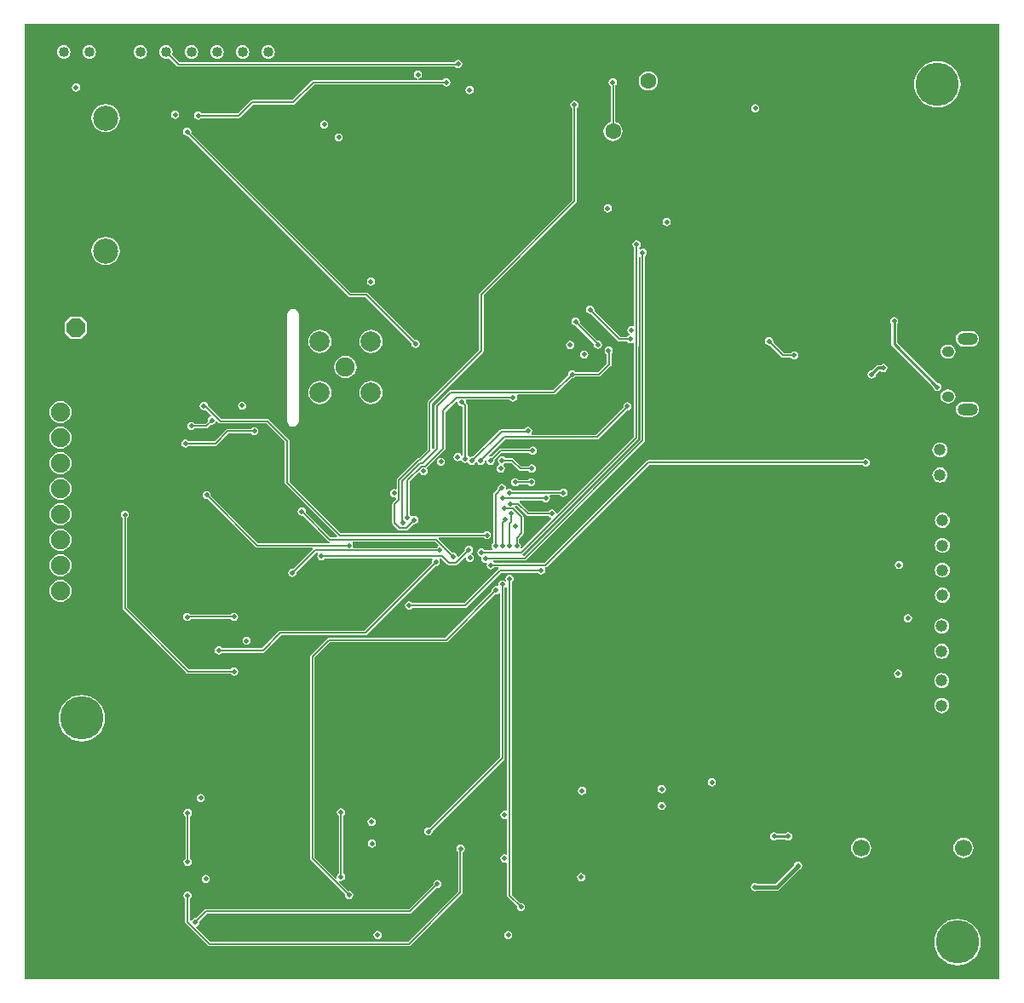
<source format=gbl>
G04*
G04 #@! TF.GenerationSoftware,Altium Limited,Altium Designer,19.1.5 (86)*
G04*
G04 Layer_Physical_Order=4*
G04 Layer_Color=16711680*
%FSLAX25Y25*%
%MOIN*%
G70*
G01*
G75*
%ADD12C,0.00600*%
%ADD13C,0.01000*%
%ADD14C,0.00800*%
%ADD124C,0.07480*%
%ADD135C,0.01500*%
%ADD138C,0.01177*%
%ADD143C,0.16929*%
%ADD144P,0.08118X8X112.5*%
%ADD145C,0.07500*%
%ADD146C,0.01968*%
%ADD147C,0.06299*%
%ADD148C,0.06693*%
%ADD149C,0.04016*%
%ADD150C,0.09843*%
%ADD151C,0.07874*%
%ADD152O,0.07874X0.04724*%
%ADD153O,0.04724X0.04134*%
%ADD154C,0.04685*%
%ADD155C,0.02000*%
G36*
X381299Y374040D02*
X381299Y256693D01*
X381594D01*
Y0D01*
X0D01*
X-0Y374040D01*
X381299Y374040D01*
D02*
G37*
%LPC*%
G36*
X95413Y365613D02*
X94735Y365524D01*
X94103Y365262D01*
X93560Y364845D01*
X93144Y364302D01*
X92882Y363670D01*
X92793Y362992D01*
X92882Y362314D01*
X93144Y361682D01*
X93560Y361139D01*
X94103Y360722D01*
X94735Y360461D01*
X95413Y360371D01*
X96092Y360461D01*
X96724Y360722D01*
X97267Y361139D01*
X97683Y361682D01*
X97945Y362314D01*
X98034Y362992D01*
X97945Y363670D01*
X97683Y364302D01*
X97267Y364845D01*
X96724Y365262D01*
X96092Y365524D01*
X95413Y365613D01*
D02*
G37*
G36*
X85413D02*
X84735Y365524D01*
X84103Y365262D01*
X83560Y364845D01*
X83144Y364302D01*
X82882Y363670D01*
X82793Y362992D01*
X82882Y362314D01*
X83144Y361682D01*
X83560Y361139D01*
X84103Y360722D01*
X84735Y360461D01*
X85413Y360371D01*
X86092Y360461D01*
X86724Y360722D01*
X87267Y361139D01*
X87683Y361682D01*
X87945Y362314D01*
X88034Y362992D01*
X87945Y363670D01*
X87683Y364302D01*
X87267Y364845D01*
X86724Y365262D01*
X86092Y365524D01*
X85413Y365613D01*
D02*
G37*
G36*
X75413D02*
X74735Y365524D01*
X74103Y365262D01*
X73560Y364845D01*
X73144Y364302D01*
X72882Y363670D01*
X72793Y362992D01*
X72882Y362314D01*
X73144Y361682D01*
X73560Y361139D01*
X74103Y360722D01*
X74735Y360461D01*
X75413Y360371D01*
X76092Y360461D01*
X76724Y360722D01*
X77267Y361139D01*
X77683Y361682D01*
X77945Y362314D01*
X78034Y362992D01*
X77945Y363670D01*
X77683Y364302D01*
X77267Y364845D01*
X76724Y365262D01*
X76092Y365524D01*
X75413Y365613D01*
D02*
G37*
G36*
X65413D02*
X64735Y365524D01*
X64103Y365262D01*
X63560Y364845D01*
X63144Y364302D01*
X62882Y363670D01*
X62793Y362992D01*
X62882Y362314D01*
X63144Y361682D01*
X63560Y361139D01*
X64103Y360722D01*
X64735Y360461D01*
X65413Y360371D01*
X66092Y360461D01*
X66724Y360722D01*
X67267Y361139D01*
X67683Y361682D01*
X67945Y362314D01*
X68034Y362992D01*
X67945Y363670D01*
X67683Y364302D01*
X67267Y364845D01*
X66724Y365262D01*
X66092Y365524D01*
X65413Y365613D01*
D02*
G37*
G36*
X45413D02*
X44735Y365524D01*
X44103Y365262D01*
X43560Y364845D01*
X43144Y364302D01*
X42882Y363670D01*
X42792Y362992D01*
X42882Y362314D01*
X43144Y361682D01*
X43560Y361139D01*
X44103Y360722D01*
X44735Y360461D01*
X45413Y360371D01*
X46092Y360461D01*
X46724Y360722D01*
X47267Y361139D01*
X47683Y361682D01*
X47945Y362314D01*
X48034Y362992D01*
X47945Y363670D01*
X47683Y364302D01*
X47267Y364845D01*
X46724Y365262D01*
X46092Y365524D01*
X45413Y365613D01*
D02*
G37*
G36*
X25413D02*
X24735Y365524D01*
X24103Y365262D01*
X23560Y364845D01*
X23144Y364302D01*
X22882Y363670D01*
X22793Y362992D01*
X22882Y362314D01*
X23144Y361682D01*
X23560Y361139D01*
X24103Y360722D01*
X24735Y360461D01*
X25413Y360371D01*
X26092Y360461D01*
X26724Y360722D01*
X27267Y361139D01*
X27683Y361682D01*
X27945Y362314D01*
X28034Y362992D01*
X27945Y363670D01*
X27683Y364302D01*
X27267Y364845D01*
X26724Y365262D01*
X26092Y365524D01*
X25413Y365613D01*
D02*
G37*
G36*
X15413D02*
X14735Y365524D01*
X14103Y365262D01*
X13560Y364845D01*
X13144Y364302D01*
X12882Y363670D01*
X12792Y362992D01*
X12882Y362314D01*
X13144Y361682D01*
X13560Y361139D01*
X14103Y360722D01*
X14735Y360461D01*
X15413Y360371D01*
X16092Y360461D01*
X16724Y360722D01*
X17267Y361139D01*
X17683Y361682D01*
X17945Y362314D01*
X18034Y362992D01*
X17945Y363670D01*
X17683Y364302D01*
X17267Y364845D01*
X16724Y365262D01*
X16092Y365524D01*
X15413Y365613D01*
D02*
G37*
G36*
X55413D02*
X54735Y365524D01*
X54103Y365262D01*
X53560Y364845D01*
X53144Y364302D01*
X52882Y363670D01*
X52793Y362992D01*
X52882Y362314D01*
X53144Y361682D01*
X53560Y361139D01*
X54103Y360722D01*
X54735Y360461D01*
X55413Y360371D01*
X56092Y360461D01*
X56494Y360627D01*
X59663Y357458D01*
X59958Y357261D01*
X60306Y357192D01*
X168527D01*
X168553Y357153D01*
X169079Y356802D01*
X169700Y356678D01*
X170321Y356802D01*
X170847Y357153D01*
X171198Y357679D01*
X171322Y358300D01*
X171198Y358921D01*
X170847Y359447D01*
X170321Y359798D01*
X169700Y359922D01*
X169079Y359798D01*
X168553Y359447D01*
X168260Y359008D01*
X60682D01*
X57778Y361911D01*
X57945Y362314D01*
X58034Y362992D01*
X57945Y363670D01*
X57683Y364302D01*
X57267Y364845D01*
X56724Y365262D01*
X56092Y365524D01*
X55413Y365613D01*
D02*
G37*
G36*
X154000Y355722D02*
X153379Y355598D01*
X152853Y355247D01*
X152502Y354721D01*
X152378Y354100D01*
X152502Y353479D01*
X152853Y352953D01*
X153379Y352602D01*
X153677Y352542D01*
X153851Y352508D01*
X153801Y352008D01*
X113000D01*
X112653Y351939D01*
X112358Y351742D01*
X104824Y344208D01*
X89038D01*
X88691Y344139D01*
X88396Y343942D01*
X83362Y338908D01*
X69306D01*
X69147Y339147D01*
X68621Y339498D01*
X68000Y339622D01*
X67379Y339498D01*
X66853Y339147D01*
X66502Y338621D01*
X66378Y338000D01*
X66502Y337379D01*
X66853Y336853D01*
X67379Y336502D01*
X68000Y336378D01*
X68621Y336502D01*
X69147Y336853D01*
X69306Y337092D01*
X83738D01*
X84086Y337161D01*
X84381Y337358D01*
X89415Y342392D01*
X105200D01*
X105547Y342461D01*
X105842Y342658D01*
X113376Y350192D01*
X163794D01*
X163953Y349953D01*
X164479Y349602D01*
X165100Y349478D01*
X165721Y349602D01*
X166247Y349953D01*
X166598Y350479D01*
X166722Y351100D01*
X166598Y351721D01*
X166247Y352247D01*
X165721Y352598D01*
X165100Y352722D01*
X164479Y352598D01*
X163953Y352247D01*
X163794Y352008D01*
X154199D01*
X154149Y352508D01*
X154323Y352542D01*
X154621Y352602D01*
X155147Y352953D01*
X155498Y353479D01*
X155622Y354100D01*
X155498Y354721D01*
X155147Y355247D01*
X154621Y355598D01*
X154000Y355722D01*
D02*
G37*
G36*
X244079Y355372D02*
X243103Y355244D01*
X242193Y354867D01*
X241412Y354268D01*
X240812Y353486D01*
X240436Y352576D01*
X240307Y351600D01*
X240436Y350624D01*
X240812Y349714D01*
X241412Y348933D01*
X242193Y348333D01*
X243103Y347956D01*
X244079Y347828D01*
X245056Y347956D01*
X245966Y348333D01*
X246747Y348933D01*
X247346Y349714D01*
X247723Y350624D01*
X247852Y351600D01*
X247723Y352576D01*
X247346Y353486D01*
X246747Y354268D01*
X245966Y354867D01*
X245056Y355244D01*
X244079Y355372D01*
D02*
G37*
G36*
X20200Y350622D02*
X19579Y350498D01*
X19053Y350147D01*
X18702Y349621D01*
X18578Y349000D01*
X18702Y348379D01*
X19053Y347853D01*
X19579Y347502D01*
X20200Y347378D01*
X20821Y347502D01*
X21347Y347853D01*
X21698Y348379D01*
X21822Y349000D01*
X21698Y349621D01*
X21347Y350147D01*
X20821Y350498D01*
X20200Y350622D01*
D02*
G37*
G36*
X174200Y349622D02*
X173579Y349498D01*
X173053Y349147D01*
X172702Y348621D01*
X172578Y348000D01*
X172702Y347379D01*
X173053Y346853D01*
X173579Y346502D01*
X174200Y346378D01*
X174821Y346502D01*
X175347Y346853D01*
X175698Y347379D01*
X175822Y348000D01*
X175698Y348621D01*
X175347Y349147D01*
X174821Y349498D01*
X174200Y349622D01*
D02*
G37*
G36*
X357200Y359399D02*
X355425Y359224D01*
X353718Y358706D01*
X352145Y357866D01*
X350766Y356734D01*
X349635Y355355D01*
X348794Y353782D01*
X348276Y352075D01*
X348101Y350300D01*
X348276Y348525D01*
X348794Y346818D01*
X349635Y345245D01*
X350766Y343866D01*
X352145Y342735D01*
X353718Y341894D01*
X355425Y341376D01*
X357200Y341201D01*
X358975Y341376D01*
X360682Y341894D01*
X362255Y342735D01*
X363634Y343866D01*
X364766Y345245D01*
X365606Y346818D01*
X366124Y348525D01*
X366299Y350300D01*
X366124Y352075D01*
X365606Y353782D01*
X364766Y355355D01*
X363634Y356734D01*
X362255Y357866D01*
X360682Y358706D01*
X358975Y359224D01*
X357200Y359399D01*
D02*
G37*
G36*
X286000Y342522D02*
X285379Y342398D01*
X284853Y342047D01*
X284502Y341521D01*
X284378Y340900D01*
X284502Y340279D01*
X284853Y339753D01*
X285379Y339402D01*
X286000Y339278D01*
X286621Y339402D01*
X287147Y339753D01*
X287498Y340279D01*
X287622Y340900D01*
X287498Y341521D01*
X287147Y342047D01*
X286621Y342398D01*
X286000Y342522D01*
D02*
G37*
G36*
X59000Y340022D02*
X58379Y339898D01*
X57853Y339547D01*
X57502Y339021D01*
X57378Y338400D01*
X57502Y337779D01*
X57853Y337253D01*
X58379Y336902D01*
X59000Y336778D01*
X59621Y336902D01*
X60147Y337253D01*
X60498Y337779D01*
X60622Y338400D01*
X60498Y339021D01*
X60147Y339547D01*
X59621Y339898D01*
X59000Y340022D01*
D02*
G37*
G36*
X117300Y336222D02*
X116679Y336098D01*
X116153Y335747D01*
X115802Y335221D01*
X115678Y334600D01*
X115802Y333979D01*
X116153Y333453D01*
X116679Y333102D01*
X117300Y332978D01*
X117921Y333102D01*
X118447Y333453D01*
X118798Y333979D01*
X118922Y334600D01*
X118798Y335221D01*
X118447Y335747D01*
X117921Y336098D01*
X117300Y336222D01*
D02*
G37*
G36*
X31791Y342626D02*
X30353Y342437D01*
X29012Y341881D01*
X27860Y340998D01*
X26977Y339847D01*
X26421Y338506D01*
X26232Y337067D01*
X26421Y335628D01*
X26977Y334287D01*
X27860Y333136D01*
X29012Y332252D01*
X30353Y331697D01*
X31791Y331508D01*
X33230Y331697D01*
X34571Y332252D01*
X35722Y333136D01*
X36606Y334287D01*
X37161Y335628D01*
X37351Y337067D01*
X37161Y338506D01*
X36606Y339847D01*
X35722Y340998D01*
X34571Y341881D01*
X33230Y342437D01*
X31791Y342626D01*
D02*
G37*
G36*
X230161Y352722D02*
X229540Y352598D01*
X229014Y352247D01*
X228662Y351721D01*
X228539Y351100D01*
X228662Y350479D01*
X229014Y349953D01*
X229392Y349701D01*
Y335568D01*
X229324Y335559D01*
X228414Y335182D01*
X227632Y334582D01*
X227033Y333801D01*
X226656Y332891D01*
X226528Y331915D01*
X226656Y330939D01*
X227033Y330029D01*
X227632Y329247D01*
X228414Y328648D01*
X229324Y328271D01*
X230300Y328142D01*
X231276Y328271D01*
X232186Y328648D01*
X232967Y329247D01*
X233567Y330029D01*
X233944Y330939D01*
X234072Y331915D01*
X233944Y332891D01*
X233567Y333801D01*
X232967Y334582D01*
X232186Y335182D01*
X231276Y335559D01*
X231208Y335568D01*
Y349887D01*
X231307Y349953D01*
X231659Y350479D01*
X231782Y351100D01*
X231659Y351721D01*
X231307Y352247D01*
X230781Y352598D01*
X230161Y352722D01*
D02*
G37*
G36*
X123000Y331122D02*
X122379Y330998D01*
X121853Y330647D01*
X121502Y330121D01*
X121378Y329500D01*
X121502Y328879D01*
X121853Y328353D01*
X122379Y328002D01*
X123000Y327878D01*
X123621Y328002D01*
X124147Y328353D01*
X124498Y328879D01*
X124622Y329500D01*
X124498Y330121D01*
X124147Y330647D01*
X123621Y330998D01*
X123000Y331122D01*
D02*
G37*
G36*
X228278Y303358D02*
X227658Y303235D01*
X227132Y302883D01*
X226780Y302357D01*
X226657Y301736D01*
X226780Y301116D01*
X227132Y300589D01*
X227658Y300238D01*
X228278Y300114D01*
X228899Y300238D01*
X229425Y300589D01*
X229777Y301116D01*
X229900Y301736D01*
X229777Y302357D01*
X229425Y302883D01*
X228899Y303235D01*
X228278Y303358D01*
D02*
G37*
G36*
X251300Y298022D02*
X250679Y297898D01*
X250153Y297547D01*
X249802Y297021D01*
X249678Y296400D01*
X249802Y295779D01*
X250153Y295253D01*
X250679Y294902D01*
X251300Y294778D01*
X251921Y294902D01*
X252447Y295253D01*
X252798Y295779D01*
X252922Y296400D01*
X252798Y297021D01*
X252447Y297547D01*
X251921Y297898D01*
X251300Y298022D01*
D02*
G37*
G36*
X31791Y290618D02*
X30353Y290429D01*
X29012Y289874D01*
X27860Y288990D01*
X26977Y287839D01*
X26421Y286498D01*
X26232Y285059D01*
X26421Y283620D01*
X26977Y282279D01*
X27860Y281128D01*
X29012Y280244D01*
X30353Y279689D01*
X31791Y279500D01*
X33230Y279689D01*
X34571Y280244D01*
X35722Y281128D01*
X36606Y282279D01*
X37161Y283620D01*
X37351Y285059D01*
X37161Y286498D01*
X36606Y287839D01*
X35722Y288990D01*
X34571Y289874D01*
X33230Y290429D01*
X31791Y290618D01*
D02*
G37*
G36*
X135600Y274722D02*
X134979Y274598D01*
X134453Y274247D01*
X134102Y273721D01*
X133978Y273100D01*
X134102Y272479D01*
X134453Y271953D01*
X134979Y271602D01*
X135600Y271478D01*
X136221Y271602D01*
X136747Y271953D01*
X137098Y272479D01*
X137222Y273100D01*
X137098Y273721D01*
X136747Y274247D01*
X136221Y274598D01*
X135600Y274722D01*
D02*
G37*
G36*
X239499Y289169D02*
X238878Y289046D01*
X238352Y288694D01*
X238000Y288168D01*
X237877Y287547D01*
X238000Y286927D01*
X238352Y286401D01*
X238588Y286243D01*
X238531Y255815D01*
X238031Y255552D01*
X237500Y255657D01*
X236879Y255534D01*
X236353Y255182D01*
X236002Y254656D01*
X235878Y254035D01*
X236002Y253415D01*
X236353Y252889D01*
X236798Y252591D01*
X236800Y252259D01*
X236746Y252071D01*
X236379Y251998D01*
X235853Y251647D01*
X235694Y251408D01*
X233276D01*
X222966Y261718D01*
X223022Y262000D01*
X222898Y262621D01*
X222547Y263147D01*
X222021Y263498D01*
X221400Y263622D01*
X220779Y263498D01*
X220253Y263147D01*
X219902Y262621D01*
X219778Y262000D01*
X219902Y261379D01*
X220253Y260853D01*
X220779Y260502D01*
X221400Y260378D01*
X221682Y260434D01*
X232258Y249858D01*
X232553Y249661D01*
X232900Y249592D01*
X235694D01*
X235853Y249353D01*
X236379Y249002D01*
X237000Y248878D01*
X237621Y249002D01*
X238019Y249268D01*
X238446Y249105D01*
X238518Y249046D01*
X238450Y212427D01*
X208480Y182458D01*
X207938Y182622D01*
X207898Y182821D01*
X207547Y183347D01*
X207021Y183698D01*
X206400Y183822D01*
X205779Y183698D01*
X205253Y183347D01*
X205094Y183108D01*
X197376D01*
X193742Y186742D01*
X193625Y186820D01*
X193777Y187320D01*
X202842D01*
X202953Y187153D01*
X203479Y186802D01*
X204100Y186678D01*
X204721Y186802D01*
X205247Y187153D01*
X205598Y187679D01*
X205722Y188300D01*
X205598Y188921D01*
X205551Y188992D01*
X205818Y189492D01*
X209594D01*
X209753Y189253D01*
X210279Y188902D01*
X210900Y188778D01*
X211521Y188902D01*
X212047Y189253D01*
X212398Y189779D01*
X212522Y190400D01*
X212398Y191021D01*
X212047Y191547D01*
X211521Y191898D01*
X210900Y192022D01*
X210279Y191898D01*
X209753Y191547D01*
X209594Y191308D01*
X191106D01*
X190947Y191547D01*
X190421Y191898D01*
X189800Y192022D01*
X189179Y191898D01*
X188801Y191646D01*
X188346Y191918D01*
X188422Y192300D01*
X188298Y192921D01*
X187947Y193447D01*
X187421Y193798D01*
X186800Y193922D01*
X186179Y193798D01*
X185653Y193447D01*
X185302Y192921D01*
X185178Y192300D01*
X185234Y192018D01*
X183658Y190442D01*
X183461Y190147D01*
X183392Y189800D01*
Y170806D01*
X183153Y170647D01*
X182802Y170121D01*
X182678Y169500D01*
X182802Y168879D01*
X183117Y168408D01*
X183054Y168164D01*
X182920Y167908D01*
X180106D01*
X179947Y168147D01*
X179421Y168498D01*
X178800Y168622D01*
X178179Y168498D01*
X177653Y168147D01*
X177302Y167621D01*
X177178Y167000D01*
X177302Y166379D01*
X177653Y165853D01*
X178179Y165502D01*
X178379Y165462D01*
X178781Y165232D01*
X178742Y164919D01*
X178678Y164600D01*
X178802Y163979D01*
X179153Y163453D01*
X179679Y163102D01*
X180300Y162978D01*
X180614Y163041D01*
X180756Y162924D01*
X180978Y162603D01*
X180878Y162100D01*
X181002Y161479D01*
X181353Y160953D01*
X181879Y160602D01*
X182500Y160478D01*
X183121Y160602D01*
X183647Y160953D01*
X183806Y161192D01*
X185381D01*
X185533Y160692D01*
X185458Y160642D01*
X172024Y147208D01*
X151806D01*
X151647Y147447D01*
X151121Y147798D01*
X150500Y147922D01*
X149879Y147798D01*
X149353Y147447D01*
X149002Y146921D01*
X148878Y146300D01*
X149002Y145679D01*
X149353Y145153D01*
X149879Y144802D01*
X150500Y144678D01*
X151121Y144802D01*
X151647Y145153D01*
X151806Y145392D01*
X172400D01*
X172748Y145461D01*
X173042Y145658D01*
X186476Y159092D01*
X200894D01*
X201053Y158853D01*
X201579Y158502D01*
X202200Y158378D01*
X202821Y158502D01*
X203347Y158853D01*
X203698Y159379D01*
X203822Y160000D01*
X203698Y160621D01*
X203651Y160692D01*
X203725Y160941D01*
X203904Y161213D01*
X204148Y161261D01*
X204442Y161458D01*
X244376Y201392D01*
X327894D01*
X328053Y201153D01*
X328579Y200802D01*
X329200Y200678D01*
X329821Y200802D01*
X330347Y201153D01*
X330698Y201679D01*
X330822Y202300D01*
X330698Y202921D01*
X330347Y203447D01*
X329821Y203798D01*
X329200Y203922D01*
X328579Y203798D01*
X328053Y203447D01*
X327894Y203208D01*
X244000D01*
X243653Y203139D01*
X243358Y202942D01*
X203424Y163008D01*
X183806D01*
X183647Y163247D01*
X183443Y163382D01*
X183595Y163883D01*
X195791D01*
X196138Y163952D01*
X196433Y164148D01*
X242571Y210287D01*
X242768Y210582D01*
X242837Y210929D01*
Y283143D01*
X243076Y283302D01*
X243427Y283828D01*
X243551Y284449D01*
X243427Y285069D01*
X243076Y285595D01*
X242550Y285947D01*
X241929Y286070D01*
X241308Y285947D01*
X241030Y285761D01*
X240537Y285960D01*
X240519Y286065D01*
X240550Y286337D01*
X240646Y286401D01*
X240997Y286927D01*
X241121Y287547D01*
X240997Y288168D01*
X240646Y288694D01*
X240119Y289046D01*
X239499Y289169D01*
D02*
G37*
G36*
X22249Y259400D02*
X17909D01*
X15738Y257229D01*
Y252889D01*
X17909Y250718D01*
X22249D01*
X24419Y252889D01*
Y257229D01*
X22249Y259400D01*
D02*
G37*
G36*
X370575Y253658D02*
X367425D01*
X366654Y253556D01*
X365936Y253259D01*
X365319Y252785D01*
X364846Y252169D01*
X364548Y251450D01*
X364447Y250679D01*
X364548Y249909D01*
X364846Y249190D01*
X365319Y248574D01*
X365936Y248100D01*
X366654Y247803D01*
X367425Y247701D01*
X370575D01*
X371346Y247803D01*
X372064Y248100D01*
X372681Y248574D01*
X373154Y249190D01*
X373452Y249909D01*
X373553Y250679D01*
X373452Y251450D01*
X373154Y252169D01*
X372681Y252785D01*
X372064Y253259D01*
X371346Y253556D01*
X370575Y253658D01*
D02*
G37*
G36*
X63700Y333322D02*
X63079Y333198D01*
X62553Y332847D01*
X62202Y332321D01*
X62078Y331700D01*
X62202Y331079D01*
X62553Y330553D01*
X63079Y330202D01*
X63700Y330078D01*
X63982Y330134D01*
X126858Y267258D01*
X127153Y267061D01*
X127500Y266992D01*
X133524D01*
X151534Y248982D01*
X151478Y248700D01*
X151602Y248079D01*
X151953Y247553D01*
X152479Y247202D01*
X153100Y247078D01*
X153721Y247202D01*
X154247Y247553D01*
X154598Y248079D01*
X154722Y248700D01*
X154598Y249321D01*
X154247Y249847D01*
X153721Y250198D01*
X153100Y250322D01*
X152818Y250266D01*
X134542Y268542D01*
X134248Y268739D01*
X133900Y268808D01*
X127876D01*
X65266Y331418D01*
X65322Y331700D01*
X65198Y332321D01*
X64847Y332847D01*
X64321Y333198D01*
X63700Y333322D01*
D02*
G37*
G36*
X215700Y259022D02*
X215079Y258898D01*
X214553Y258547D01*
X214202Y258021D01*
X214078Y257400D01*
X214202Y256779D01*
X214553Y256253D01*
X215079Y255902D01*
X215700Y255778D01*
X215857Y255809D01*
X222859Y248807D01*
X222778Y248400D01*
X222902Y247779D01*
X223253Y247253D01*
X223779Y246902D01*
X224400Y246778D01*
X225021Y246902D01*
X225547Y247253D01*
X225898Y247779D01*
X226022Y248400D01*
X225898Y249021D01*
X225547Y249547D01*
X225021Y249898D01*
X224400Y250022D01*
X224243Y249991D01*
X217241Y256993D01*
X217322Y257400D01*
X217198Y258021D01*
X216847Y258547D01*
X216321Y258898D01*
X215700Y259022D01*
D02*
G37*
G36*
X213500Y249822D02*
X212879Y249698D01*
X212353Y249347D01*
X212002Y248821D01*
X211878Y248200D01*
X212002Y247579D01*
X212353Y247053D01*
X212879Y246702D01*
X213500Y246578D01*
X214121Y246702D01*
X214647Y247053D01*
X214998Y247579D01*
X215122Y248200D01*
X214998Y248821D01*
X214647Y249347D01*
X214121Y249698D01*
X213500Y249822D01*
D02*
G37*
G36*
X135600Y254167D02*
X134418Y254011D01*
X133317Y253555D01*
X132371Y252829D01*
X131645Y251883D01*
X131189Y250782D01*
X131033Y249600D01*
X131189Y248418D01*
X131645Y247317D01*
X132371Y246371D01*
X133317Y245645D01*
X134418Y245189D01*
X135600Y245033D01*
X136782Y245189D01*
X137883Y245645D01*
X138829Y246371D01*
X139555Y247317D01*
X140011Y248418D01*
X140167Y249600D01*
X140011Y250782D01*
X139555Y251883D01*
X138829Y252829D01*
X137883Y253555D01*
X136782Y254011D01*
X135600Y254167D01*
D02*
G37*
G36*
X115600D02*
X114418Y254011D01*
X113317Y253555D01*
X112371Y252829D01*
X111645Y251883D01*
X111189Y250782D01*
X111033Y249600D01*
X111189Y248418D01*
X111645Y247317D01*
X112371Y246371D01*
X113317Y245645D01*
X114418Y245189D01*
X115600Y245033D01*
X116782Y245189D01*
X117883Y245645D01*
X118829Y246371D01*
X119555Y247317D01*
X120011Y248418D01*
X120167Y249600D01*
X120011Y250782D01*
X119555Y251883D01*
X118829Y252829D01*
X117883Y253555D01*
X116782Y254011D01*
X115600Y254167D01*
D02*
G37*
G36*
X361618Y248340D02*
X361028D01*
X360334Y248249D01*
X359687Y247981D01*
X359132Y247555D01*
X358706Y247000D01*
X358438Y246354D01*
X358347Y245660D01*
X358438Y244966D01*
X358706Y244320D01*
X359132Y243764D01*
X359687Y243338D01*
X360334Y243071D01*
X361028Y242979D01*
X361618D01*
X362312Y243071D01*
X362958Y243338D01*
X363513Y243764D01*
X363939Y244320D01*
X364207Y244966D01*
X364299Y245660D01*
X364207Y246354D01*
X363939Y247000D01*
X363513Y247555D01*
X362958Y247981D01*
X362312Y248249D01*
X361618Y248340D01*
D02*
G37*
G36*
X219100Y246122D02*
X218479Y245998D01*
X217953Y245647D01*
X217602Y245121D01*
X217478Y244500D01*
X217602Y243879D01*
X217953Y243353D01*
X218479Y243002D01*
X219100Y242878D01*
X219721Y243002D01*
X220247Y243353D01*
X220598Y243879D01*
X220722Y244500D01*
X220598Y245121D01*
X220247Y245647D01*
X219721Y245998D01*
X219100Y246122D01*
D02*
G37*
G36*
X291406Y251302D02*
X290785Y251179D01*
X290259Y250827D01*
X289907Y250301D01*
X289784Y249680D01*
X289907Y249060D01*
X290259Y248534D01*
X290785Y248182D01*
X291406Y248059D01*
X291687Y248115D01*
X296275Y243526D01*
X296570Y243330D01*
X296917Y243261D01*
X299942D01*
X300101Y243022D01*
X300627Y242670D01*
X301248Y242547D01*
X301869Y242670D01*
X302395Y243022D01*
X302746Y243548D01*
X302870Y244168D01*
X302746Y244789D01*
X302395Y245315D01*
X301869Y245667D01*
X301248Y245790D01*
X300627Y245667D01*
X300101Y245315D01*
X299942Y245076D01*
X297293D01*
X292971Y249399D01*
X293027Y249680D01*
X292904Y250301D01*
X292552Y250827D01*
X292026Y251179D01*
X291406Y251302D01*
D02*
G37*
G36*
X336100Y240822D02*
X335479Y240698D01*
X335036Y240402D01*
X334000D01*
X333540Y240311D01*
X333150Y240050D01*
X331402Y238302D01*
X330879Y238198D01*
X330353Y237847D01*
X330002Y237321D01*
X329878Y236700D01*
X330002Y236079D01*
X330353Y235553D01*
X330879Y235202D01*
X331500Y235078D01*
X332121Y235202D01*
X332647Y235553D01*
X332998Y236079D01*
X333102Y236602D01*
X334498Y237998D01*
X335036D01*
X335479Y237702D01*
X336100Y237578D01*
X336721Y237702D01*
X337247Y238053D01*
X337598Y238579D01*
X337722Y239200D01*
X337598Y239821D01*
X337247Y240347D01*
X336721Y240698D01*
X336100Y240822D01*
D02*
G37*
G36*
X125600Y243968D02*
X124469Y243819D01*
X123416Y243383D01*
X122511Y242689D01*
X121817Y241784D01*
X121381Y240731D01*
X121232Y239600D01*
X121381Y238470D01*
X121817Y237416D01*
X122511Y236511D01*
X123416Y235817D01*
X124469Y235381D01*
X125600Y235232D01*
X126731Y235381D01*
X127784Y235817D01*
X128689Y236511D01*
X129383Y237416D01*
X129819Y238470D01*
X129968Y239600D01*
X129819Y240731D01*
X129383Y241784D01*
X128689Y242689D01*
X127784Y243383D01*
X126731Y243819D01*
X125600Y243968D01*
D02*
G37*
G36*
X215200Y343822D02*
X214579Y343698D01*
X214053Y343347D01*
X213702Y342821D01*
X213578Y342200D01*
X213702Y341579D01*
X214053Y341053D01*
X214348Y340856D01*
Y304904D01*
X178122Y268678D01*
X177925Y268383D01*
X177856Y268036D01*
Y246240D01*
X157958Y226342D01*
X157761Y226047D01*
X157692Y225700D01*
Y207395D01*
X154363Y204066D01*
X154083Y204011D01*
X153789Y203814D01*
X145949Y195974D01*
X145752Y195679D01*
X145683Y195332D01*
Y192012D01*
X145183Y191726D01*
X144700Y191822D01*
X144079Y191698D01*
X143553Y191347D01*
X143202Y190821D01*
X143078Y190200D01*
X143202Y189579D01*
X143553Y189053D01*
X144079Y188702D01*
X144700Y188578D01*
X144941Y188626D01*
X145429Y188284D01*
X145466Y187950D01*
X144158Y186642D01*
X143961Y186347D01*
X143892Y186000D01*
Y178500D01*
X143961Y178153D01*
X144158Y177858D01*
X146058Y175958D01*
X146353Y175761D01*
X146700Y175692D01*
X149400D01*
X149748Y175761D01*
X150042Y175958D01*
X152218Y178134D01*
X152500Y178078D01*
X153121Y178202D01*
X153647Y178553D01*
X153998Y179079D01*
X154122Y179700D01*
X153998Y180321D01*
X153647Y180847D01*
X153121Y181198D01*
X152500Y181322D01*
X151879Y181198D01*
X151780Y181132D01*
X151318Y181323D01*
X151298Y181421D01*
X150947Y181947D01*
X150708Y182106D01*
Y194798D01*
X154224Y198313D01*
X154780Y198162D01*
X155053Y197753D01*
X155579Y197402D01*
X156200Y197278D01*
X156821Y197402D01*
X157347Y197753D01*
X157698Y198279D01*
X157822Y198900D01*
X157698Y199521D01*
X157357Y200031D01*
X157533Y200149D01*
X164542Y207158D01*
X164739Y207453D01*
X164808Y207800D01*
Y222124D01*
X169064Y226380D01*
X169525Y226133D01*
X169478Y225900D01*
X169602Y225279D01*
X169953Y224753D01*
X170479Y224402D01*
X171100Y224278D01*
X171490Y223908D01*
Y205230D01*
X171007Y205070D01*
X170933Y205118D01*
X170647Y205547D01*
X170121Y205898D01*
X169500Y206022D01*
X168879Y205898D01*
X168353Y205547D01*
X168002Y205021D01*
X167878Y204400D01*
X168002Y203779D01*
X168353Y203253D01*
X168879Y202902D01*
X169500Y202778D01*
X170121Y202902D01*
X170480Y203142D01*
X170897Y203092D01*
X171067Y202982D01*
X171353Y202553D01*
X171879Y202202D01*
X172500Y202078D01*
X173121Y202202D01*
X173151Y202222D01*
X173790Y202048D01*
X173952Y201806D01*
X174478Y201454D01*
X175098Y201331D01*
X175719Y201454D01*
X176245Y201806D01*
X176549Y202261D01*
X176821Y202300D01*
X177092Y202261D01*
X177397Y201806D01*
X177923Y201454D01*
X178543Y201331D01*
X179164Y201454D01*
X179690Y201806D01*
X180042Y202332D01*
X180165Y202953D01*
X180146Y203048D01*
X180293Y203168D01*
X180598Y203028D01*
X180769Y202910D01*
X180884Y202332D01*
X181235Y201806D01*
X181761Y201454D01*
X182382Y201331D01*
X183002Y201454D01*
X183529Y201806D01*
X183880Y202332D01*
X184004Y202953D01*
X183948Y203234D01*
X186695Y205982D01*
X197611D01*
X197771Y205743D01*
X198297Y205392D01*
X198917Y205268D01*
X199538Y205392D01*
X200064Y205743D01*
X200416Y206269D01*
X200539Y206890D01*
X200416Y207510D01*
X200064Y208036D01*
X199538Y208388D01*
X198917Y208511D01*
X198297Y208388D01*
X197771Y208036D01*
X197611Y207798D01*
X186319D01*
X185971Y207729D01*
X185677Y207532D01*
X182664Y204519D01*
X182382Y204574D01*
X182080Y204514D01*
X181834Y204975D01*
X188155Y211297D01*
X224016D01*
X224363Y211366D01*
X224658Y211563D01*
X235808Y222713D01*
X235925Y222689D01*
X236546Y222813D01*
X237072Y223164D01*
X237423Y223690D01*
X237547Y224311D01*
X237423Y224932D01*
X237072Y225458D01*
X236546Y225809D01*
X235925Y225933D01*
X235305Y225809D01*
X234778Y225458D01*
X234427Y224932D01*
X234303Y224311D01*
X234392Y223865D01*
X223640Y213113D01*
X198565D01*
X198323Y213613D01*
X198546Y213946D01*
X198669Y214567D01*
X198546Y215188D01*
X198194Y215714D01*
X197668Y216065D01*
X197047Y216189D01*
X196427Y216065D01*
X195900Y215714D01*
X195675Y215376D01*
X186713D01*
X186365Y215307D01*
X186071Y215111D01*
X175462Y204502D01*
X175098Y204574D01*
X174478Y204451D01*
X174447Y204431D01*
X173808Y204605D01*
X173647Y204847D01*
X173510Y204938D01*
Y224500D01*
X173433Y224886D01*
X173214Y225214D01*
X172690Y225739D01*
X172722Y225900D01*
X172626Y226382D01*
X172912Y226883D01*
X189845D01*
X190093Y226511D01*
X190620Y226159D01*
X191240Y226036D01*
X191861Y226159D01*
X192387Y226511D01*
X192738Y227037D01*
X192862Y227658D01*
X192738Y228278D01*
X192713Y228316D01*
X192980Y228816D01*
X207230D01*
X207577Y228886D01*
X207872Y229082D01*
X214035Y235245D01*
X214317Y235189D01*
X214937Y235313D01*
X215463Y235664D01*
X215623Y235903D01*
X224911D01*
X225258Y235972D01*
X225553Y236169D01*
X229442Y240058D01*
X229639Y240353D01*
X229708Y240700D01*
Y244927D01*
X229747Y244953D01*
X230098Y245479D01*
X230222Y246100D01*
X230098Y246721D01*
X229747Y247247D01*
X229221Y247598D01*
X228600Y247722D01*
X227979Y247598D01*
X227453Y247247D01*
X227102Y246721D01*
X226978Y246100D01*
X227102Y245479D01*
X227453Y244953D01*
X227892Y244660D01*
Y241076D01*
X224535Y237719D01*
X215623D01*
X215463Y237958D01*
X214937Y238309D01*
X214317Y238433D01*
X213696Y238309D01*
X213170Y237958D01*
X212818Y237432D01*
X212695Y236811D01*
X212751Y236529D01*
X206854Y230632D01*
X166800D01*
X166453Y230563D01*
X166158Y230366D01*
X160758Y224967D01*
X160561Y224672D01*
X160492Y224324D01*
Y207976D01*
X160008Y207492D01*
X159508Y207699D01*
Y225324D01*
X179406Y245222D01*
X179603Y245517D01*
X179672Y245864D01*
Y267660D01*
X215898Y303886D01*
X216095Y304180D01*
X216164Y304528D01*
Y340931D01*
X216347Y341053D01*
X216698Y341579D01*
X216822Y342200D01*
X216698Y342821D01*
X216347Y343347D01*
X215821Y343698D01*
X215200Y343822D01*
D02*
G37*
G36*
X340300Y259222D02*
X339679Y259098D01*
X339153Y258747D01*
X338802Y258221D01*
X338678Y257600D01*
X338802Y256979D01*
X339153Y256453D01*
X339188Y256430D01*
Y248700D01*
X339188Y248700D01*
X339273Y248274D01*
X339514Y247914D01*
X355587Y231841D01*
X355578Y231800D01*
X355702Y231179D01*
X356053Y230653D01*
X356579Y230302D01*
X357200Y230178D01*
X357821Y230302D01*
X358347Y230653D01*
X358698Y231179D01*
X358822Y231800D01*
X358698Y232421D01*
X358347Y232947D01*
X357821Y233298D01*
X357200Y233422D01*
X357159Y233414D01*
X341412Y249161D01*
Y256430D01*
X341447Y256453D01*
X341798Y256979D01*
X341922Y257600D01*
X341798Y258221D01*
X341447Y258747D01*
X340921Y259098D01*
X340300Y259222D01*
D02*
G37*
G36*
X361618Y230821D02*
X361028D01*
X360334Y230729D01*
X359687Y230462D01*
X359132Y230035D01*
X358706Y229480D01*
X358438Y228834D01*
X358347Y228140D01*
X358438Y227446D01*
X358706Y226800D01*
X359132Y226245D01*
X359687Y225819D01*
X360334Y225551D01*
X361028Y225460D01*
X361618D01*
X362312Y225551D01*
X362958Y225819D01*
X363513Y226245D01*
X363939Y226800D01*
X364207Y227446D01*
X364299Y228140D01*
X364207Y228834D01*
X363939Y229480D01*
X363513Y230035D01*
X362958Y230462D01*
X362312Y230729D01*
X361618Y230821D01*
D02*
G37*
G36*
X135600Y234167D02*
X134418Y234011D01*
X133317Y233555D01*
X132371Y232829D01*
X131645Y231883D01*
X131189Y230782D01*
X131033Y229600D01*
X131189Y228418D01*
X131645Y227317D01*
X132371Y226371D01*
X133317Y225645D01*
X134418Y225189D01*
X135600Y225033D01*
X136782Y225189D01*
X137883Y225645D01*
X138829Y226371D01*
X139555Y227317D01*
X140011Y228418D01*
X140167Y229600D01*
X140011Y230782D01*
X139555Y231883D01*
X138829Y232829D01*
X137883Y233555D01*
X136782Y234011D01*
X135600Y234167D01*
D02*
G37*
G36*
X115600D02*
X114418Y234011D01*
X113317Y233555D01*
X112371Y232829D01*
X111645Y231883D01*
X111189Y230782D01*
X111033Y229600D01*
X111189Y228418D01*
X111645Y227317D01*
X112371Y226371D01*
X113317Y225645D01*
X114418Y225189D01*
X115600Y225033D01*
X116782Y225189D01*
X117883Y225645D01*
X118829Y226371D01*
X119555Y227317D01*
X120011Y228418D01*
X120167Y229600D01*
X120011Y230782D01*
X119555Y231883D01*
X118829Y232829D01*
X117883Y233555D01*
X116782Y234011D01*
X115600Y234167D01*
D02*
G37*
G36*
X85139Y226129D02*
X84519Y226006D01*
X83992Y225654D01*
X83641Y225128D01*
X83517Y224507D01*
X83641Y223887D01*
X83992Y223361D01*
X84519Y223009D01*
X85139Y222886D01*
X85760Y223009D01*
X86286Y223361D01*
X86638Y223887D01*
X86761Y224507D01*
X86638Y225128D01*
X86286Y225654D01*
X85760Y226006D01*
X85139Y226129D01*
D02*
G37*
G36*
X370575Y226099D02*
X367425D01*
X366654Y225997D01*
X365936Y225700D01*
X365319Y225226D01*
X364846Y224610D01*
X364548Y223891D01*
X364447Y223120D01*
X364548Y222350D01*
X364846Y221631D01*
X365319Y221014D01*
X365936Y220541D01*
X366654Y220244D01*
X367425Y220142D01*
X370575D01*
X371346Y220244D01*
X372064Y220541D01*
X372681Y221014D01*
X373154Y221631D01*
X373452Y222350D01*
X373553Y223120D01*
X373452Y223891D01*
X373154Y224610D01*
X372681Y225226D01*
X372064Y225700D01*
X371346Y225997D01*
X370575Y226099D01*
D02*
G37*
G36*
X14100Y226378D02*
X12967Y226229D01*
X11911Y225792D01*
X11004Y225096D01*
X10308Y224189D01*
X9871Y223133D01*
X9722Y222000D01*
X9871Y220867D01*
X10308Y219811D01*
X11004Y218904D01*
X11911Y218209D01*
X12967Y217771D01*
X14100Y217622D01*
X15233Y217771D01*
X16289Y218209D01*
X17196Y218904D01*
X17891Y219811D01*
X18329Y220867D01*
X18478Y222000D01*
X18329Y223133D01*
X17891Y224189D01*
X17196Y225096D01*
X16289Y225792D01*
X15233Y226229D01*
X14100Y226378D01*
D02*
G37*
G36*
X105100Y262433D02*
X104255Y262265D01*
X103539Y261786D01*
X103060Y261070D01*
X102892Y260225D01*
Y218375D01*
X103060Y217530D01*
X103539Y216814D01*
X104255Y216335D01*
X105100Y216167D01*
X105945Y216335D01*
X106661Y216814D01*
X107140Y217530D01*
X107308Y218375D01*
Y260225D01*
X107140Y261070D01*
X106661Y261786D01*
X105945Y262265D01*
X105100Y262433D01*
D02*
G37*
G36*
X89970Y216112D02*
X89349Y215988D01*
X88823Y215637D01*
X88664Y215398D01*
X79522D01*
X79174Y215329D01*
X78880Y215132D01*
X74308Y210561D01*
X64293D01*
X64133Y210799D01*
X63607Y211151D01*
X62987Y211274D01*
X62366Y211151D01*
X61840Y210799D01*
X61488Y210273D01*
X61365Y209653D01*
X61488Y209032D01*
X61840Y208506D01*
X62366Y208154D01*
X62987Y208031D01*
X63607Y208154D01*
X64133Y208506D01*
X64293Y208745D01*
X74684D01*
X75032Y208814D01*
X75326Y209011D01*
X79898Y213582D01*
X88664D01*
X88823Y213344D01*
X89349Y212992D01*
X89970Y212868D01*
X90591Y212992D01*
X91117Y213344D01*
X91468Y213870D01*
X91592Y214490D01*
X91468Y215111D01*
X91117Y215637D01*
X90591Y215988D01*
X89970Y216112D01*
D02*
G37*
G36*
X14100Y216378D02*
X12967Y216229D01*
X11911Y215792D01*
X11004Y215096D01*
X10308Y214189D01*
X9871Y213133D01*
X9722Y212000D01*
X9871Y210867D01*
X10308Y209811D01*
X11004Y208904D01*
X11911Y208208D01*
X12967Y207771D01*
X14100Y207622D01*
X15233Y207771D01*
X16289Y208208D01*
X17196Y208904D01*
X17891Y209811D01*
X18329Y210867D01*
X18478Y212000D01*
X18329Y213133D01*
X17891Y214189D01*
X17196Y215096D01*
X16289Y215792D01*
X15233Y216229D01*
X14100Y216378D01*
D02*
G37*
G36*
X358228Y210143D02*
X357463Y210043D01*
X356749Y209747D01*
X356136Y209277D01*
X355666Y208664D01*
X355371Y207951D01*
X355270Y207185D01*
X355371Y206419D01*
X355666Y205706D01*
X356136Y205093D01*
X356749Y204623D01*
X357463Y204328D01*
X358228Y204227D01*
X358994Y204328D01*
X359707Y204623D01*
X360320Y205093D01*
X360790Y205706D01*
X361086Y206419D01*
X361187Y207185D01*
X361086Y207951D01*
X360790Y208664D01*
X360320Y209277D01*
X359707Y209747D01*
X358994Y210043D01*
X358228Y210143D01*
D02*
G37*
G36*
X163000Y204122D02*
X162379Y203998D01*
X161853Y203647D01*
X161502Y203121D01*
X161378Y202500D01*
X161502Y201879D01*
X161853Y201353D01*
X162379Y201002D01*
X163000Y200878D01*
X163621Y201002D01*
X164147Y201353D01*
X164498Y201879D01*
X164622Y202500D01*
X164498Y203121D01*
X164147Y203647D01*
X163621Y203998D01*
X163000Y204122D01*
D02*
G37*
G36*
X186811Y204673D02*
X186190Y204549D01*
X185664Y204198D01*
X185313Y203672D01*
X185189Y203051D01*
X185313Y202431D01*
X185664Y201905D01*
X185687Y201890D01*
X185714Y201743D01*
X185651Y201312D01*
X185253Y201047D01*
X184902Y200521D01*
X184778Y199900D01*
X184902Y199279D01*
X185253Y198753D01*
X185779Y198402D01*
X186400Y198278D01*
X187021Y198402D01*
X187547Y198753D01*
X187898Y199279D01*
X188022Y199900D01*
X187898Y200521D01*
X187547Y201047D01*
X187524Y201062D01*
X187497Y201208D01*
X187560Y201639D01*
X187958Y201905D01*
X188117Y202143D01*
X190527D01*
X193411Y199259D01*
X193705Y199063D01*
X194053Y198994D01*
X197217D01*
X197377Y198755D01*
X197903Y198403D01*
X198524Y198280D01*
X199144Y198403D01*
X199670Y198755D01*
X200022Y199281D01*
X200145Y199902D01*
X200022Y200522D01*
X199670Y201048D01*
X199144Y201400D01*
X198524Y201523D01*
X197903Y201400D01*
X197377Y201048D01*
X197217Y200810D01*
X194429D01*
X191545Y203693D01*
X191251Y203890D01*
X190903Y203959D01*
X188117D01*
X187958Y204198D01*
X187432Y204549D01*
X186811Y204673D01*
D02*
G37*
G36*
X14100Y206378D02*
X12967Y206229D01*
X11911Y205791D01*
X11004Y205096D01*
X10308Y204189D01*
X9871Y203133D01*
X9722Y202000D01*
X9871Y200867D01*
X10308Y199811D01*
X11004Y198904D01*
X11911Y198208D01*
X12967Y197771D01*
X14100Y197622D01*
X15233Y197771D01*
X16289Y198208D01*
X17196Y198904D01*
X17891Y199811D01*
X18329Y200867D01*
X18478Y202000D01*
X18329Y203133D01*
X17891Y204189D01*
X17196Y205096D01*
X16289Y205791D01*
X15233Y206229D01*
X14100Y206378D01*
D02*
G37*
G36*
X198300Y196122D02*
X197679Y195998D01*
X197153Y195647D01*
X196994Y195408D01*
X193406D01*
X193247Y195647D01*
X192721Y195998D01*
X192100Y196122D01*
X191479Y195998D01*
X190953Y195647D01*
X190602Y195121D01*
X190478Y194500D01*
X190602Y193879D01*
X190953Y193353D01*
X191479Y193002D01*
X192100Y192878D01*
X192721Y193002D01*
X193247Y193353D01*
X193406Y193592D01*
X196994D01*
X197153Y193353D01*
X197679Y193002D01*
X198300Y192878D01*
X198921Y193002D01*
X199447Y193353D01*
X199798Y193879D01*
X199922Y194500D01*
X199798Y195121D01*
X199447Y195647D01*
X198921Y195998D01*
X198300Y196122D01*
D02*
G37*
G36*
X358228Y200301D02*
X357463Y200200D01*
X356749Y199905D01*
X356136Y199434D01*
X355666Y198822D01*
X355371Y198108D01*
X355270Y197343D01*
X355371Y196577D01*
X355666Y195863D01*
X356136Y195251D01*
X356749Y194781D01*
X357463Y194485D01*
X358228Y194384D01*
X358994Y194485D01*
X359707Y194781D01*
X360320Y195251D01*
X360790Y195863D01*
X361086Y196577D01*
X361187Y197343D01*
X361086Y198108D01*
X360790Y198822D01*
X360320Y199434D01*
X359707Y199905D01*
X358994Y200200D01*
X358228Y200301D01*
D02*
G37*
G36*
X14100Y196378D02*
X12967Y196229D01*
X11911Y195791D01*
X11004Y195096D01*
X10308Y194189D01*
X9871Y193133D01*
X9722Y192000D01*
X9871Y190867D01*
X10308Y189811D01*
X11004Y188904D01*
X11911Y188208D01*
X12967Y187771D01*
X14100Y187622D01*
X15233Y187771D01*
X16289Y188208D01*
X17196Y188904D01*
X17891Y189811D01*
X18329Y190867D01*
X18478Y192000D01*
X18329Y193133D01*
X17891Y194189D01*
X17196Y195096D01*
X16289Y195791D01*
X15233Y196229D01*
X14100Y196378D01*
D02*
G37*
G36*
Y186378D02*
X12967Y186229D01*
X11911Y185792D01*
X11004Y185096D01*
X10308Y184189D01*
X9871Y183133D01*
X9722Y182000D01*
X9871Y180867D01*
X10308Y179811D01*
X11004Y178904D01*
X11911Y178208D01*
X12967Y177771D01*
X14100Y177622D01*
X15233Y177771D01*
X16289Y178208D01*
X17196Y178904D01*
X17891Y179811D01*
X18329Y180867D01*
X18478Y182000D01*
X18329Y183133D01*
X17891Y184189D01*
X17196Y185096D01*
X16289Y185792D01*
X15233Y186229D01*
X14100Y186378D01*
D02*
G37*
G36*
X359154Y182584D02*
X358388Y182484D01*
X357674Y182188D01*
X357062Y181718D01*
X356592Y181105D01*
X356296Y180392D01*
X356195Y179626D01*
X356296Y178860D01*
X356592Y178147D01*
X357062Y177534D01*
X357674Y177064D01*
X358388Y176768D01*
X359154Y176668D01*
X359919Y176768D01*
X360633Y177064D01*
X361245Y177534D01*
X361716Y178147D01*
X362011Y178860D01*
X362112Y179626D01*
X362011Y180392D01*
X361716Y181105D01*
X361245Y181718D01*
X360633Y182188D01*
X359919Y182484D01*
X359154Y182584D01*
D02*
G37*
G36*
X70239Y226029D02*
X69619Y225906D01*
X69093Y225554D01*
X68741Y225028D01*
X68617Y224408D01*
X68741Y223787D01*
X69093Y223261D01*
X69619Y222909D01*
X70239Y222786D01*
X70860Y222909D01*
X70916Y222947D01*
X73108Y220754D01*
X72944Y220212D01*
X72795Y220182D01*
X72269Y219831D01*
X71918Y219305D01*
X71794Y218684D01*
X71850Y218403D01*
X70856Y217408D01*
X66606D01*
X66447Y217647D01*
X65921Y217998D01*
X65300Y218122D01*
X64679Y217998D01*
X64153Y217647D01*
X63802Y217121D01*
X63678Y216500D01*
X63802Y215879D01*
X64153Y215353D01*
X64679Y215002D01*
X65300Y214878D01*
X65921Y215002D01*
X66447Y215353D01*
X66606Y215592D01*
X71232D01*
X71579Y215661D01*
X71874Y215858D01*
X73134Y217118D01*
X73416Y217062D01*
X74037Y217186D01*
X74563Y217537D01*
X74914Y218063D01*
X74944Y218212D01*
X75486Y218376D01*
X76078Y217785D01*
X76372Y217588D01*
X76719Y217519D01*
X94712D01*
X101892Y210339D01*
Y194300D01*
X101961Y193953D01*
X102158Y193658D01*
X122308Y173508D01*
X122101Y173008D01*
X119931D01*
X110128Y182811D01*
X110184Y183093D01*
X110060Y183713D01*
X109709Y184239D01*
X109183Y184591D01*
X108562Y184714D01*
X107941Y184591D01*
X107415Y184239D01*
X107064Y183713D01*
X106940Y183093D01*
X107064Y182472D01*
X107415Y181946D01*
X107941Y181594D01*
X108562Y181471D01*
X108844Y181527D01*
X118913Y171458D01*
X119207Y171261D01*
X119555Y171192D01*
X119539Y170698D01*
X91386D01*
X72866Y189218D01*
X72922Y189500D01*
X72798Y190121D01*
X72447Y190647D01*
X71921Y190998D01*
X71300Y191122D01*
X70679Y190998D01*
X70153Y190647D01*
X69802Y190121D01*
X69678Y189500D01*
X69802Y188879D01*
X70153Y188353D01*
X70679Y188002D01*
X71300Y187878D01*
X71582Y187934D01*
X90339Y169177D01*
X90358Y169149D01*
X90653Y168952D01*
X91000Y168883D01*
X112659D01*
X112866Y168383D01*
X105055Y160571D01*
X104800Y160622D01*
X104179Y160498D01*
X103653Y160147D01*
X103302Y159621D01*
X103178Y159000D01*
X103302Y158379D01*
X103653Y157853D01*
X104179Y157502D01*
X104800Y157378D01*
X105421Y157502D01*
X105947Y157853D01*
X106298Y158379D01*
X106422Y159000D01*
X106360Y159309D01*
X114044Y166992D01*
X114739D01*
X114950Y166492D01*
X114702Y166121D01*
X114578Y165500D01*
X114702Y164879D01*
X115053Y164353D01*
X115579Y164002D01*
X116200Y163878D01*
X116821Y164002D01*
X117347Y164353D01*
X117506Y164592D01*
X159416D01*
X159683Y164092D01*
X159502Y163821D01*
X159378Y163200D01*
X159434Y162918D01*
X132955Y136440D01*
X100197D01*
X99849Y136370D01*
X99555Y136173D01*
X92947Y129566D01*
X77408D01*
X77248Y129804D01*
X76722Y130156D01*
X76102Y130279D01*
X75481Y130156D01*
X74955Y129804D01*
X74603Y129278D01*
X74480Y128657D01*
X74603Y128037D01*
X74955Y127511D01*
X75481Y127159D01*
X76102Y127036D01*
X76722Y127159D01*
X77248Y127511D01*
X77408Y127750D01*
X93323D01*
X93670Y127819D01*
X93965Y128015D01*
X100573Y134624D01*
X133332D01*
X133679Y134693D01*
X133974Y134889D01*
X160718Y161634D01*
X161000Y161578D01*
X161621Y161702D01*
X162147Y162053D01*
X162498Y162579D01*
X162622Y163200D01*
X162498Y163821D01*
X162317Y164092D01*
X162584Y164592D01*
X163224D01*
X165458Y162358D01*
X165752Y162161D01*
X166100Y162092D01*
X168800D01*
X169148Y162161D01*
X169442Y162358D01*
X172214Y165130D01*
X172678Y164900D01*
X172802Y164279D01*
X173153Y163753D01*
X173679Y163402D01*
X174300Y163278D01*
X174921Y163402D01*
X175447Y163753D01*
X175798Y164279D01*
X175922Y164900D01*
X175798Y165521D01*
X175447Y166047D01*
X175018Y166333D01*
X174949Y166714D01*
X174966Y166899D01*
X175047Y166953D01*
X175398Y167479D01*
X175522Y168100D01*
X175398Y168721D01*
X175047Y169247D01*
X174521Y169598D01*
X173900Y169722D01*
X173279Y169598D01*
X172753Y169247D01*
X172402Y168721D01*
X172278Y168100D01*
X172334Y167818D01*
X169810Y165295D01*
X169581Y165344D01*
X169303Y165494D01*
X169198Y166021D01*
X168847Y166547D01*
X168321Y166898D01*
X167700Y167022D01*
X167480Y166978D01*
X162066Y172392D01*
X162273Y172892D01*
X179694D01*
X179853Y172653D01*
X180379Y172302D01*
X181000Y172178D01*
X181621Y172302D01*
X182147Y172653D01*
X182498Y173179D01*
X182622Y173800D01*
X182498Y174421D01*
X182147Y174947D01*
X181621Y175298D01*
X181000Y175422D01*
X180379Y175298D01*
X179853Y174947D01*
X179694Y174708D01*
X123676D01*
X103708Y194676D01*
Y210715D01*
X103639Y211063D01*
X103442Y211357D01*
X95730Y219069D01*
X95436Y219266D01*
X95088Y219335D01*
X77096D01*
X71821Y224610D01*
X71737Y225028D01*
X71386Y225554D01*
X70860Y225906D01*
X70239Y226029D01*
D02*
G37*
G36*
X14100Y176378D02*
X12967Y176229D01*
X11911Y175792D01*
X11004Y175096D01*
X10308Y174189D01*
X9871Y173133D01*
X9722Y172000D01*
X9871Y170867D01*
X10308Y169811D01*
X11004Y168904D01*
X11911Y168209D01*
X12967Y167771D01*
X14100Y167622D01*
X15233Y167771D01*
X16289Y168209D01*
X17196Y168904D01*
X17891Y169811D01*
X18329Y170867D01*
X18478Y172000D01*
X18329Y173133D01*
X17891Y174189D01*
X17196Y175096D01*
X16289Y175792D01*
X15233Y176229D01*
X14100Y176378D01*
D02*
G37*
G36*
X359154Y172742D02*
X358388Y172641D01*
X357674Y172345D01*
X357062Y171875D01*
X356592Y171263D01*
X356296Y170549D01*
X356195Y169783D01*
X356296Y169018D01*
X356592Y168304D01*
X357062Y167692D01*
X357674Y167221D01*
X358388Y166926D01*
X359154Y166825D01*
X359919Y166926D01*
X360633Y167221D01*
X361245Y167692D01*
X361716Y168304D01*
X362011Y169018D01*
X362112Y169783D01*
X362011Y170549D01*
X361716Y171263D01*
X361245Y171875D01*
X360633Y172345D01*
X359919Y172641D01*
X359154Y172742D01*
D02*
G37*
G36*
X342224Y163728D02*
X341604Y163605D01*
X341078Y163253D01*
X340726Y162727D01*
X340603Y162106D01*
X340726Y161486D01*
X341078Y160960D01*
X341604Y160608D01*
X342224Y160485D01*
X342845Y160608D01*
X343371Y160960D01*
X343723Y161486D01*
X343846Y162106D01*
X343723Y162727D01*
X343371Y163253D01*
X342845Y163605D01*
X342224Y163728D01*
D02*
G37*
G36*
X14100Y166378D02*
X12967Y166229D01*
X11911Y165791D01*
X11004Y165096D01*
X10308Y164189D01*
X9871Y163133D01*
X9722Y162000D01*
X9871Y160867D01*
X10308Y159811D01*
X11004Y158904D01*
X11911Y158209D01*
X12967Y157771D01*
X14100Y157622D01*
X15233Y157771D01*
X16289Y158209D01*
X17196Y158904D01*
X17891Y159811D01*
X18329Y160867D01*
X18478Y162000D01*
X18329Y163133D01*
X17891Y164189D01*
X17196Y165096D01*
X16289Y165791D01*
X15233Y166229D01*
X14100Y166378D01*
D02*
G37*
G36*
X359154Y163096D02*
X358388Y162995D01*
X357674Y162700D01*
X357062Y162230D01*
X356592Y161617D01*
X356296Y160904D01*
X356195Y160138D01*
X356296Y159372D01*
X356592Y158659D01*
X357062Y158046D01*
X357674Y157576D01*
X358388Y157280D01*
X359154Y157179D01*
X359919Y157280D01*
X360633Y157576D01*
X361245Y158046D01*
X361716Y158659D01*
X362011Y159372D01*
X362112Y160138D01*
X362011Y160904D01*
X361716Y161617D01*
X361245Y162230D01*
X360633Y162700D01*
X359919Y162995D01*
X359154Y163096D01*
D02*
G37*
G36*
X189800Y158422D02*
X189179Y158298D01*
X188653Y157947D01*
X188302Y157421D01*
X188178Y156800D01*
X188302Y156179D01*
X188344Y156116D01*
X187983Y155756D01*
X187621Y155998D01*
X187000Y156122D01*
X186379Y155998D01*
X185853Y155647D01*
X185502Y155121D01*
X185378Y154500D01*
X185441Y154186D01*
X185324Y154044D01*
X185003Y153822D01*
X184500Y153922D01*
X183879Y153798D01*
X183353Y153447D01*
X183002Y152921D01*
X182878Y152300D01*
X182934Y152018D01*
X164624Y133708D01*
X119100D01*
X118753Y133639D01*
X118458Y133442D01*
X112058Y127042D01*
X111861Y126748D01*
X111792Y126400D01*
Y47300D01*
X111861Y46953D01*
X112058Y46658D01*
X125534Y33182D01*
X125478Y32900D01*
X125602Y32279D01*
X125953Y31753D01*
X126479Y31402D01*
X127100Y31278D01*
X127721Y31402D01*
X128247Y31753D01*
X128598Y32279D01*
X128722Y32900D01*
X128598Y33521D01*
X128247Y34047D01*
X127721Y34398D01*
X127100Y34522D01*
X126818Y34466D01*
X123154Y38130D01*
X123417Y38574D01*
X123900Y38478D01*
X124521Y38602D01*
X125047Y38953D01*
X125398Y39479D01*
X125522Y40100D01*
X125398Y40721D01*
X125047Y41247D01*
X124808Y41406D01*
Y63994D01*
X125047Y64153D01*
X125398Y64679D01*
X125522Y65300D01*
X125398Y65921D01*
X125047Y66447D01*
X124521Y66798D01*
X123900Y66922D01*
X123279Y66798D01*
X122753Y66447D01*
X122402Y65921D01*
X122278Y65300D01*
X122402Y64679D01*
X122753Y64153D01*
X122992Y63994D01*
Y41406D01*
X122753Y41247D01*
X122402Y40721D01*
X122278Y40100D01*
X122374Y39617D01*
X121930Y39355D01*
X113608Y47676D01*
Y126024D01*
X119476Y131892D01*
X165000D01*
X165348Y131961D01*
X165642Y132158D01*
X184218Y150734D01*
X184500Y150678D01*
X185121Y150802D01*
X185592Y151117D01*
X185836Y151054D01*
X186092Y150920D01*
Y87071D01*
X158357Y59336D01*
X158076Y59392D01*
X157455Y59269D01*
X156929Y58917D01*
X156578Y58391D01*
X156454Y57771D01*
X156578Y57150D01*
X156929Y56624D01*
X157455Y56272D01*
X158076Y56149D01*
X158696Y56272D01*
X159222Y56624D01*
X159574Y57150D01*
X159697Y57771D01*
X159642Y58052D01*
X187642Y86053D01*
X187839Y86347D01*
X187908Y86695D01*
Y153194D01*
X188147Y153353D01*
X188392Y153720D01*
X188892Y153569D01*
X188892Y66106D01*
X188392Y65824D01*
X187900Y65922D01*
X187279Y65798D01*
X186753Y65447D01*
X186402Y64921D01*
X186278Y64300D01*
X186402Y63679D01*
X186753Y63153D01*
X187279Y62802D01*
X187900Y62678D01*
X188392Y62776D01*
X188892Y62494D01*
Y49006D01*
X188392Y48724D01*
X187900Y48822D01*
X187279Y48698D01*
X186753Y48347D01*
X186402Y47821D01*
X186278Y47200D01*
X186402Y46579D01*
X186753Y46053D01*
X187279Y45702D01*
X187900Y45578D01*
X188392Y45676D01*
X188892Y45394D01*
Y32700D01*
X188961Y32353D01*
X189158Y32058D01*
X192734Y28482D01*
X192678Y28200D01*
X192802Y27579D01*
X193153Y27053D01*
X193679Y26702D01*
X194300Y26578D01*
X194921Y26702D01*
X195447Y27053D01*
X195798Y27579D01*
X195922Y28200D01*
X195798Y28821D01*
X195447Y29347D01*
X194921Y29698D01*
X194300Y29822D01*
X194018Y29766D01*
X190708Y33076D01*
X190708Y155494D01*
X190947Y155653D01*
X191298Y156179D01*
X191422Y156800D01*
X191298Y157421D01*
X190947Y157947D01*
X190421Y158298D01*
X189800Y158422D01*
D02*
G37*
G36*
X14100Y156378D02*
X12967Y156229D01*
X11911Y155791D01*
X11004Y155096D01*
X10308Y154189D01*
X9871Y153133D01*
X9722Y152000D01*
X9871Y150867D01*
X10308Y149811D01*
X11004Y148904D01*
X11911Y148208D01*
X12967Y147771D01*
X14100Y147622D01*
X15233Y147771D01*
X16289Y148208D01*
X17196Y148904D01*
X17891Y149811D01*
X18329Y150867D01*
X18478Y152000D01*
X18329Y153133D01*
X17891Y154189D01*
X17196Y155096D01*
X16289Y155791D01*
X15233Y156229D01*
X14100Y156378D01*
D02*
G37*
G36*
X359154Y153254D02*
X358388Y153153D01*
X357674Y152857D01*
X357062Y152387D01*
X356592Y151775D01*
X356296Y151061D01*
X356195Y150295D01*
X356296Y149530D01*
X356592Y148816D01*
X357062Y148203D01*
X357674Y147733D01*
X358388Y147438D01*
X359154Y147337D01*
X359919Y147438D01*
X360633Y147733D01*
X361245Y148203D01*
X361716Y148816D01*
X362011Y149530D01*
X362112Y150295D01*
X362011Y151061D01*
X361716Y151775D01*
X361245Y152387D01*
X360633Y152857D01*
X359919Y153153D01*
X359154Y153254D01*
D02*
G37*
G36*
X82020Y143473D02*
X81399Y143349D01*
X80873Y142998D01*
X80713Y142759D01*
X64972D01*
X64847Y142947D01*
X64321Y143298D01*
X63700Y143422D01*
X63079Y143298D01*
X62553Y142947D01*
X62202Y142421D01*
X62078Y141800D01*
X62202Y141179D01*
X62553Y140653D01*
X63079Y140302D01*
X63700Y140178D01*
X64321Y140302D01*
X64847Y140653D01*
X65040Y140943D01*
X80713D01*
X80873Y140705D01*
X81399Y140353D01*
X82020Y140229D01*
X82640Y140353D01*
X83166Y140705D01*
X83518Y141231D01*
X83641Y141851D01*
X83518Y142472D01*
X83166Y142998D01*
X82640Y143349D01*
X82020Y143473D01*
D02*
G37*
G36*
X345700Y142922D02*
X345079Y142798D01*
X344553Y142447D01*
X344202Y141921D01*
X344078Y141300D01*
X344202Y140679D01*
X344553Y140153D01*
X345079Y139802D01*
X345700Y139678D01*
X346321Y139802D01*
X346847Y140153D01*
X347198Y140679D01*
X347322Y141300D01*
X347198Y141921D01*
X346847Y142447D01*
X346321Y142798D01*
X345700Y142922D01*
D02*
G37*
G36*
X358957Y141147D02*
X358191Y141047D01*
X357477Y140751D01*
X356865Y140281D01*
X356395Y139668D01*
X356099Y138955D01*
X355998Y138189D01*
X356099Y137423D01*
X356395Y136710D01*
X356865Y136097D01*
X357477Y135627D01*
X358191Y135331D01*
X358957Y135231D01*
X359722Y135331D01*
X360436Y135627D01*
X361049Y136097D01*
X361519Y136710D01*
X361814Y137423D01*
X361915Y138189D01*
X361814Y138955D01*
X361519Y139668D01*
X361049Y140281D01*
X360436Y140751D01*
X359722Y141047D01*
X358957Y141147D01*
D02*
G37*
G36*
X86916Y134057D02*
X86295Y133934D01*
X85769Y133582D01*
X85417Y133056D01*
X85294Y132435D01*
X85417Y131815D01*
X85769Y131289D01*
X86295Y130937D01*
X86916Y130814D01*
X87536Y130937D01*
X88063Y131289D01*
X88414Y131815D01*
X88538Y132435D01*
X88414Y133056D01*
X88063Y133582D01*
X87536Y133934D01*
X86916Y134057D01*
D02*
G37*
G36*
X358957Y131305D02*
X358191Y131204D01*
X357477Y130909D01*
X356865Y130438D01*
X356395Y129826D01*
X356099Y129112D01*
X355998Y128347D01*
X356099Y127581D01*
X356395Y126867D01*
X356865Y126255D01*
X357477Y125784D01*
X358191Y125489D01*
X358957Y125388D01*
X359722Y125489D01*
X360436Y125784D01*
X361049Y126255D01*
X361519Y126867D01*
X361814Y127581D01*
X361915Y128347D01*
X361814Y129112D01*
X361519Y129826D01*
X361049Y130438D01*
X360436Y130909D01*
X359722Y131204D01*
X358957Y131305D01*
D02*
G37*
G36*
X39300Y183422D02*
X38679Y183298D01*
X38153Y182947D01*
X37802Y182421D01*
X37678Y181800D01*
X37802Y181179D01*
X38153Y180653D01*
X38392Y180494D01*
Y145200D01*
X38461Y144852D01*
X38658Y144558D01*
X63463Y119752D01*
X63758Y119556D01*
X64105Y119486D01*
X80762D01*
X80922Y119248D01*
X81448Y118896D01*
X82068Y118773D01*
X82689Y118896D01*
X83215Y119248D01*
X83566Y119774D01*
X83690Y120395D01*
X83566Y121015D01*
X83215Y121541D01*
X82689Y121893D01*
X82068Y122016D01*
X81448Y121893D01*
X80922Y121541D01*
X80762Y121302D01*
X64482D01*
X40208Y145576D01*
Y180494D01*
X40447Y180653D01*
X40798Y181179D01*
X40922Y181800D01*
X40798Y182421D01*
X40447Y182947D01*
X39921Y183298D01*
X39300Y183422D01*
D02*
G37*
G36*
X341831Y121208D02*
X341210Y121085D01*
X340684Y120733D01*
X340333Y120207D01*
X340209Y119587D01*
X340333Y118966D01*
X340684Y118440D01*
X341210Y118088D01*
X341831Y117965D01*
X342451Y118088D01*
X342977Y118440D01*
X343329Y118966D01*
X343452Y119587D01*
X343329Y120207D01*
X342977Y120733D01*
X342451Y121085D01*
X341831Y121208D01*
D02*
G37*
G36*
X358957Y119887D02*
X358191Y119787D01*
X357477Y119491D01*
X356865Y119021D01*
X356395Y118408D01*
X356099Y117695D01*
X355998Y116929D01*
X356099Y116163D01*
X356395Y115450D01*
X356865Y114837D01*
X357477Y114367D01*
X358191Y114072D01*
X358957Y113971D01*
X359722Y114072D01*
X360436Y114367D01*
X361049Y114837D01*
X361519Y115450D01*
X361814Y116163D01*
X361915Y116929D01*
X361814Y117695D01*
X361519Y118408D01*
X361049Y119021D01*
X360436Y119491D01*
X359722Y119787D01*
X358957Y119887D01*
D02*
G37*
G36*
Y110045D02*
X358191Y109944D01*
X357477Y109649D01*
X356865Y109178D01*
X356395Y108566D01*
X356099Y107852D01*
X355998Y107087D01*
X356099Y106321D01*
X356395Y105607D01*
X356865Y104995D01*
X357477Y104525D01*
X358191Y104229D01*
X358957Y104128D01*
X359722Y104229D01*
X360436Y104525D01*
X361049Y104995D01*
X361519Y105607D01*
X361814Y106321D01*
X361915Y107087D01*
X361814Y107852D01*
X361519Y108566D01*
X361049Y109178D01*
X360436Y109649D01*
X359722Y109944D01*
X358957Y110045D01*
D02*
G37*
G36*
X22400Y111299D02*
X20625Y111124D01*
X18918Y110606D01*
X17345Y109766D01*
X15966Y108634D01*
X14834Y107255D01*
X13994Y105682D01*
X13476Y103975D01*
X13301Y102200D01*
X13476Y100425D01*
X13994Y98718D01*
X14834Y97145D01*
X15966Y95766D01*
X17345Y94634D01*
X18918Y93794D01*
X20625Y93276D01*
X22400Y93101D01*
X24175Y93276D01*
X25882Y93794D01*
X27455Y94634D01*
X28834Y95766D01*
X29965Y97145D01*
X30806Y98718D01*
X31324Y100425D01*
X31499Y102200D01*
X31324Y103975D01*
X30806Y105682D01*
X29965Y107255D01*
X28834Y108634D01*
X27455Y109766D01*
X25882Y110606D01*
X24175Y111124D01*
X22400Y111299D01*
D02*
G37*
G36*
X269000Y78622D02*
X268379Y78498D01*
X267853Y78147D01*
X267502Y77621D01*
X267378Y77000D01*
X267502Y76379D01*
X267853Y75853D01*
X268379Y75502D01*
X269000Y75378D01*
X269621Y75502D01*
X270147Y75853D01*
X270498Y76379D01*
X270622Y77000D01*
X270498Y77621D01*
X270147Y78147D01*
X269621Y78498D01*
X269000Y78622D01*
D02*
G37*
G36*
X249400Y76022D02*
X248779Y75898D01*
X248253Y75547D01*
X247902Y75021D01*
X247778Y74400D01*
X247902Y73779D01*
X248253Y73253D01*
X248779Y72902D01*
X249400Y72778D01*
X250021Y72902D01*
X250547Y73253D01*
X250898Y73779D01*
X251022Y74400D01*
X250898Y75021D01*
X250547Y75547D01*
X250021Y75898D01*
X249400Y76022D01*
D02*
G37*
G36*
X218200Y75322D02*
X217579Y75198D01*
X217053Y74847D01*
X216702Y74321D01*
X216578Y73700D01*
X216702Y73079D01*
X217053Y72553D01*
X217579Y72202D01*
X218200Y72078D01*
X218821Y72202D01*
X219347Y72553D01*
X219698Y73079D01*
X219822Y73700D01*
X219698Y74321D01*
X219347Y74847D01*
X218821Y75198D01*
X218200Y75322D01*
D02*
G37*
G36*
X69000Y72522D02*
X68379Y72398D01*
X67853Y72047D01*
X67502Y71521D01*
X67378Y70900D01*
X67502Y70279D01*
X67853Y69753D01*
X68379Y69402D01*
X69000Y69278D01*
X69621Y69402D01*
X70147Y69753D01*
X70498Y70279D01*
X70622Y70900D01*
X70498Y71521D01*
X70147Y72047D01*
X69621Y72398D01*
X69000Y72522D01*
D02*
G37*
G36*
X249400Y69422D02*
X248779Y69298D01*
X248253Y68947D01*
X247902Y68421D01*
X247778Y67800D01*
X247902Y67179D01*
X248253Y66653D01*
X248779Y66302D01*
X249400Y66178D01*
X250021Y66302D01*
X250547Y66653D01*
X250898Y67179D01*
X251022Y67800D01*
X250898Y68421D01*
X250547Y68947D01*
X250021Y69298D01*
X249400Y69422D01*
D02*
G37*
G36*
X135800Y63222D02*
X135179Y63098D01*
X134653Y62747D01*
X134302Y62221D01*
X134178Y61600D01*
X134302Y60979D01*
X134653Y60453D01*
X135179Y60102D01*
X135800Y59978D01*
X136421Y60102D01*
X136947Y60453D01*
X137298Y60979D01*
X137422Y61600D01*
X137298Y62221D01*
X136947Y62747D01*
X136421Y63098D01*
X135800Y63222D01*
D02*
G37*
G36*
X298800Y57522D02*
X298179Y57398D01*
X297653Y57047D01*
X297630Y57012D01*
X294470D01*
X294447Y57047D01*
X293921Y57398D01*
X293300Y57522D01*
X292679Y57398D01*
X292153Y57047D01*
X291802Y56521D01*
X291678Y55900D01*
X291802Y55279D01*
X292153Y54753D01*
X292679Y54402D01*
X293300Y54278D01*
X293921Y54402D01*
X294447Y54753D01*
X294470Y54788D01*
X297630D01*
X297653Y54753D01*
X298179Y54402D01*
X298800Y54278D01*
X299421Y54402D01*
X299947Y54753D01*
X300298Y55279D01*
X300422Y55900D01*
X300298Y56521D01*
X299947Y57047D01*
X299421Y57398D01*
X298800Y57522D01*
D02*
G37*
G36*
X136000Y54622D02*
X135379Y54498D01*
X134853Y54147D01*
X134502Y53621D01*
X134378Y53000D01*
X134502Y52379D01*
X134853Y51853D01*
X135379Y51502D01*
X136000Y51378D01*
X136621Y51502D01*
X137147Y51853D01*
X137498Y52379D01*
X137622Y53000D01*
X137498Y53621D01*
X137147Y54147D01*
X136621Y54498D01*
X136000Y54622D01*
D02*
G37*
G36*
X367441Y55388D02*
X366413Y55253D01*
X365456Y54856D01*
X364633Y54225D01*
X364002Y53403D01*
X363605Y52445D01*
X363470Y51417D01*
X363605Y50390D01*
X364002Y49432D01*
X364633Y48609D01*
X365456Y47978D01*
X366413Y47582D01*
X367441Y47446D01*
X368469Y47582D01*
X369426Y47978D01*
X370249Y48609D01*
X370880Y49432D01*
X371277Y50390D01*
X371412Y51417D01*
X371277Y52445D01*
X370880Y53403D01*
X370249Y54225D01*
X369426Y54856D01*
X368469Y55253D01*
X367441Y55388D01*
D02*
G37*
G36*
X327441D02*
X326413Y55253D01*
X325455Y54856D01*
X324633Y54225D01*
X324002Y53403D01*
X323605Y52445D01*
X323470Y51417D01*
X323605Y50390D01*
X324002Y49432D01*
X324633Y48609D01*
X325455Y47978D01*
X326413Y47582D01*
X327441Y47446D01*
X328469Y47582D01*
X329426Y47978D01*
X330249Y48609D01*
X330880Y49432D01*
X331277Y50390D01*
X331412Y51417D01*
X331277Y52445D01*
X330880Y53403D01*
X330249Y54225D01*
X329426Y54856D01*
X328469Y55253D01*
X327441Y55388D01*
D02*
G37*
G36*
X63900Y66722D02*
X63279Y66598D01*
X62753Y66247D01*
X62402Y65721D01*
X62278Y65100D01*
X62402Y64479D01*
X62753Y63953D01*
X62992Y63794D01*
Y47172D01*
X62753Y47013D01*
X62402Y46487D01*
X62278Y45866D01*
X62402Y45246D01*
X62753Y44719D01*
X63279Y44368D01*
X63900Y44244D01*
X64521Y44368D01*
X65047Y44719D01*
X65398Y45246D01*
X65522Y45866D01*
X65398Y46487D01*
X65047Y47013D01*
X64808Y47172D01*
Y63794D01*
X65047Y63953D01*
X65398Y64479D01*
X65522Y65100D01*
X65398Y65721D01*
X65047Y66247D01*
X64521Y66598D01*
X63900Y66722D01*
D02*
G37*
G36*
X217800Y41522D02*
X217179Y41398D01*
X216653Y41047D01*
X216302Y40521D01*
X216178Y39900D01*
X216302Y39279D01*
X216653Y38753D01*
X217179Y38402D01*
X217800Y38278D01*
X218421Y38402D01*
X218947Y38753D01*
X219298Y39279D01*
X219422Y39900D01*
X219298Y40521D01*
X218947Y41047D01*
X218421Y41398D01*
X217800Y41522D01*
D02*
G37*
G36*
X71000Y40822D02*
X70379Y40698D01*
X69853Y40347D01*
X69502Y39821D01*
X69378Y39200D01*
X69502Y38579D01*
X69853Y38053D01*
X70379Y37702D01*
X71000Y37578D01*
X71621Y37702D01*
X72147Y38053D01*
X72498Y38579D01*
X72622Y39200D01*
X72498Y39821D01*
X72147Y40347D01*
X71621Y40698D01*
X71000Y40822D01*
D02*
G37*
G36*
X302756Y46011D02*
X302135Y45888D01*
X301609Y45537D01*
X301258Y45010D01*
X301212Y44778D01*
X293824Y37390D01*
X286644D01*
X286447Y37522D01*
X285827Y37645D01*
X285206Y37522D01*
X284680Y37170D01*
X284329Y36644D01*
X284205Y36024D01*
X284329Y35403D01*
X284680Y34877D01*
X285206Y34525D01*
X285827Y34402D01*
X286447Y34525D01*
X286644Y34657D01*
X294390D01*
X294913Y34761D01*
X295356Y35057D01*
X303145Y42845D01*
X303377Y42891D01*
X303903Y43243D01*
X304254Y43769D01*
X304378Y44390D01*
X304254Y45010D01*
X303903Y45537D01*
X303377Y45888D01*
X302756Y46011D01*
D02*
G37*
G36*
X170700Y52722D02*
X170079Y52598D01*
X169553Y52247D01*
X169202Y51721D01*
X169078Y51100D01*
X169202Y50479D01*
X169553Y49953D01*
X169692Y49861D01*
Y34376D01*
X150024Y14708D01*
X72776D01*
X67247Y20237D01*
X67411Y20780D01*
X67521Y20802D01*
X68047Y21153D01*
X68398Y21679D01*
X68522Y22300D01*
X68466Y22582D01*
X71504Y25620D01*
X150938D01*
X151285Y25690D01*
X151580Y25886D01*
X161415Y35721D01*
X161614Y35681D01*
X162235Y35805D01*
X162761Y36156D01*
X163112Y36683D01*
X163236Y37303D01*
X163112Y37924D01*
X162761Y38450D01*
X162235Y38801D01*
X161614Y38925D01*
X160994Y38801D01*
X160468Y38450D01*
X160116Y37924D01*
X159993Y37303D01*
X160065Y36939D01*
X150562Y27436D01*
X71128D01*
X70781Y27367D01*
X70486Y27170D01*
X67182Y23866D01*
X66900Y23922D01*
X66279Y23798D01*
X65753Y23447D01*
X65528Y23110D01*
X64994Y22970D01*
X64904Y22981D01*
X64708Y23130D01*
Y31394D01*
X64947Y31553D01*
X65298Y32079D01*
X65422Y32700D01*
X65298Y33321D01*
X64947Y33847D01*
X64421Y34198D01*
X63800Y34322D01*
X63179Y34198D01*
X62653Y33847D01*
X62302Y33321D01*
X62178Y32700D01*
X62302Y32079D01*
X62653Y31553D01*
X62892Y31394D01*
Y22400D01*
X62961Y22052D01*
X63158Y21758D01*
X71758Y13158D01*
X72053Y12961D01*
X72400Y12892D01*
X150400D01*
X150748Y12961D01*
X151042Y13158D01*
X171242Y33358D01*
X171439Y33652D01*
X171508Y34000D01*
Y49727D01*
X171847Y49953D01*
X172198Y50479D01*
X172322Y51100D01*
X172198Y51721D01*
X171847Y52247D01*
X171321Y52598D01*
X170700Y52722D01*
D02*
G37*
G36*
X138200Y18922D02*
X137579Y18798D01*
X137053Y18447D01*
X136702Y17921D01*
X136578Y17300D01*
X136702Y16679D01*
X137053Y16153D01*
X137579Y15802D01*
X138200Y15678D01*
X138821Y15802D01*
X139347Y16153D01*
X139698Y16679D01*
X139822Y17300D01*
X139698Y17921D01*
X139347Y18447D01*
X138821Y18798D01*
X138200Y18922D01*
D02*
G37*
G36*
X189300Y18822D02*
X188679Y18698D01*
X188153Y18347D01*
X187802Y17821D01*
X187678Y17200D01*
X187802Y16579D01*
X188153Y16053D01*
X188679Y15702D01*
X189300Y15578D01*
X189921Y15702D01*
X190447Y16053D01*
X190798Y16579D01*
X190922Y17200D01*
X190798Y17821D01*
X190447Y18347D01*
X189921Y18698D01*
X189300Y18822D01*
D02*
G37*
G36*
X365100Y23599D02*
X363325Y23424D01*
X361618Y22906D01*
X360045Y22065D01*
X358666Y20934D01*
X357535Y19555D01*
X356694Y17982D01*
X356176Y16275D01*
X356001Y14500D01*
X356176Y12725D01*
X356694Y11018D01*
X357535Y9445D01*
X358666Y8066D01*
X360045Y6934D01*
X361618Y6094D01*
X363325Y5576D01*
X365100Y5401D01*
X366875Y5576D01*
X368582Y6094D01*
X370155Y6934D01*
X371534Y8066D01*
X372666Y9445D01*
X373506Y11018D01*
X374024Y12725D01*
X374199Y14500D01*
X374024Y16275D01*
X373506Y17982D01*
X372666Y19555D01*
X371534Y20934D01*
X370155Y22065D01*
X368582Y22906D01*
X366875Y23424D01*
X365100Y23599D01*
D02*
G37*
%LPD*%
G36*
X196358Y181558D02*
X196652Y181361D01*
X197000Y181292D01*
X205094D01*
X205253Y181053D01*
X205779Y180702D01*
X205978Y180662D01*
X206142Y180120D01*
X194594Y168571D01*
X194198Y168879D01*
X194322Y169500D01*
X194198Y170121D01*
X193847Y170647D01*
X193608Y170806D01*
Y172426D01*
X195042Y173860D01*
X195239Y174155D01*
X195308Y174502D01*
Y180911D01*
X195239Y181259D01*
X195042Y181553D01*
X191903Y184692D01*
X192075Y185181D01*
X192084Y185192D01*
X192724D01*
X196358Y181558D01*
D02*
G37*
G36*
X241021Y282737D02*
Y211305D01*
X195527Y165811D01*
X195000Y165833D01*
X194949Y166358D01*
X239999Y211408D01*
X240096Y211554D01*
X240195Y211701D01*
X240195Y211702D01*
X240196Y211703D01*
X240230Y211876D01*
X240265Y212049D01*
X240397Y282565D01*
X240898Y282824D01*
X241021Y282737D01*
D02*
G37*
G36*
X162013Y169876D02*
X161862Y169320D01*
X161453Y169047D01*
X161294Y168808D01*
X128812Y168808D01*
X128526Y169308D01*
X128622Y169790D01*
X128498Y170411D01*
X128311Y170692D01*
X128578Y171192D01*
X160697D01*
X162013Y169876D01*
D02*
G37*
D12*
X146591Y187791D02*
Y195332D01*
X147909Y178748D02*
Y194967D01*
X149800Y180800D02*
Y195174D01*
X155417Y200791D01*
X147909Y194967D02*
X154924Y201981D01*
X146591Y195332D02*
X154431Y203172D01*
X154753D02*
X158600Y207019D01*
X154431Y203172D02*
X154753D01*
X155781Y201981D02*
X161400Y207600D01*
X154924Y201981D02*
X155781D01*
X156891Y200791D02*
X163900Y207800D01*
X155417Y200791D02*
X156891D01*
X230161Y351100D02*
X230321D01*
X230300Y331915D02*
Y350121D01*
X144800Y186000D02*
X146591Y187791D01*
X63700Y141851D02*
X82020D01*
X71300Y189500D02*
X91000Y169800D01*
Y169790D02*
X127000D01*
X163600Y165500D02*
X166100Y163000D01*
X116200Y165500D02*
X163600D01*
X104784Y159016D02*
X113668Y167900D01*
X162600Y167900D01*
X123900Y40100D02*
Y65300D01*
X189800Y156800D02*
X189800Y32700D01*
X194300Y28200D01*
X187000Y86695D02*
Y154500D01*
X158076Y57771D02*
X187000Y86695D01*
X186100Y160000D02*
X202200D01*
X189800Y190400D02*
X210900D01*
X204028Y188228D02*
X204100Y188300D01*
X187228Y188228D02*
X204028D01*
X193100Y186100D02*
X197000Y182200D01*
X190100Y186100D02*
X193100D01*
X187717Y184170D02*
X187721Y184174D01*
X191137D01*
X190500Y179000D02*
Y182138D01*
X189800Y178300D02*
X190500Y179000D01*
X189800Y169500D02*
Y178300D01*
X192100Y194500D02*
X198300D01*
X108562Y183093D02*
X108759Y182896D01*
X119555Y172100D01*
X178800Y167000D02*
X194307D01*
X192700Y169500D02*
Y172802D01*
X187000Y169500D02*
Y178634D01*
X184300Y169500D02*
Y189800D01*
X187000Y178634D02*
X188287Y179921D01*
X194307Y167000D02*
X239357Y212050D01*
X239499Y287547D01*
X133332Y135531D02*
X161000Y163200D01*
X100197Y135531D02*
X133332D01*
X161074Y172100D02*
X167700Y165474D01*
X168800Y163000D02*
X173900Y168100D01*
X163900Y222500D02*
X169191Y227790D01*
X163900Y207800D02*
Y222500D01*
X178764Y268036D02*
X215256Y304528D01*
X178764Y245864D02*
Y268036D01*
X158600Y225700D02*
X178764Y245864D01*
X158600Y207019D02*
Y225700D01*
X161400Y207600D02*
Y224324D01*
X169191Y227790D02*
X191107D01*
X166800Y229724D02*
X207230D01*
X161400Y224324D02*
X166800Y229724D01*
X144800Y178500D02*
Y186000D01*
Y178500D02*
X146700Y176600D01*
X149400D01*
X147909Y178748D02*
X148036Y178621D01*
X149400Y176600D02*
X152500Y179700D01*
X186713Y214469D02*
X197047D01*
X197000Y182200D02*
X206400D01*
X191137Y184174D02*
X194400Y180911D01*
Y174502D02*
Y180911D01*
X192700Y172802D02*
X194400Y174502D01*
X190354Y182283D02*
X190500Y182138D01*
X182500Y162100D02*
X203800D01*
X244000Y202300D01*
X172400Y146300D02*
X186100Y160000D01*
X150500Y146300D02*
X172400D01*
X184300Y189800D02*
X186800Y192300D01*
X180491Y164791D02*
X195791D01*
X180300Y164600D02*
X180491Y164791D01*
X165000Y132800D02*
X184500Y152300D01*
X119100Y132800D02*
X165000D01*
X244000Y202300D02*
X329200D01*
X195791Y164791D02*
X241929Y210929D01*
Y284449D01*
X166100Y163000D02*
X168800D01*
X167700Y165400D02*
Y165474D01*
X119555Y172100D02*
X161074D01*
X123300Y173800D02*
X181000D01*
X102800Y194300D02*
X123300Y173800D01*
X191107Y227790D02*
X191240Y227658D01*
X186319Y206890D02*
X198917D01*
X182382Y202953D02*
X186319Y206890D01*
X224016Y212205D02*
X236122Y224311D01*
X72400Y13800D02*
X150400D01*
X63800Y22400D02*
X72400Y13800D01*
X63800Y22400D02*
Y32700D01*
X71128Y26528D02*
X150938D01*
X66900Y22300D02*
X71128Y26528D01*
X150938D02*
X161614Y37205D01*
X133900Y267900D02*
X153100Y248700D01*
X127500Y267900D02*
X133900D01*
X63700Y331700D02*
X127500Y267900D01*
X83738Y338000D02*
X89038Y343300D01*
X68000Y338000D02*
X83738D01*
X113000Y351100D02*
X165100D01*
X105200Y343300D02*
X113000Y351100D01*
X89038Y343300D02*
X105200D01*
X228800Y240700D02*
Y245900D01*
X228600Y246100D02*
X228800Y245900D01*
X224911Y236811D02*
X228800Y240700D01*
X214317Y236811D02*
X224911D01*
X207230Y229724D02*
X214317Y236811D01*
X112700Y126400D02*
X119100Y132800D01*
X112700Y47300D02*
Y126400D01*
Y47300D02*
X127100Y32900D01*
X170600Y34000D02*
Y51000D01*
X150400Y13800D02*
X170600Y34000D01*
X93323Y128657D02*
X100197Y135531D01*
X76102Y128657D02*
X93323D01*
X63900Y45866D02*
Y65100D01*
X60306Y358100D02*
X169500D01*
X169700Y358300D01*
X55413Y362992D02*
X60306Y358100D01*
X71232Y216500D02*
X73416Y218684D01*
X65300Y216500D02*
X71232D01*
X102800Y194300D02*
Y210715D01*
X95088Y218427D02*
X102800Y210715D01*
X79522Y214490D02*
X89970D01*
X76719Y218427D02*
X95088D01*
X64105Y120395D02*
X82068D01*
X39300Y145200D02*
X64105Y120395D01*
X39300Y145200D02*
Y181800D01*
X215700Y257250D02*
Y257400D01*
Y257250D02*
X224400Y248550D01*
Y248400D02*
Y248550D01*
X232900Y250500D02*
X237000D01*
X221400Y262000D02*
X232900Y250500D01*
X74684Y209653D02*
X79522Y214490D01*
X62987Y209653D02*
X74684D01*
X70239Y224408D02*
X70739D01*
X76719Y218427D01*
X14100Y212000D02*
X15852D01*
X187779Y212205D02*
X224016D01*
X178543Y202969D02*
X187779Y212205D01*
X178543Y202953D02*
Y202969D01*
X215256Y304528D02*
Y342224D01*
X175197Y202953D02*
X186713Y214469D01*
X175098Y202953D02*
X175197D01*
X194053Y199902D02*
X198524D01*
X186811Y203051D02*
X190903D01*
X194053Y199902D01*
X296917Y244168D02*
X301248D01*
X291406Y249680D02*
X296917Y244168D01*
D13*
X340300Y248700D02*
X357200Y231800D01*
X340300Y248700D02*
Y257600D01*
X293300Y55900D02*
X298800D01*
D14*
X172500Y203700D02*
Y224500D01*
X171100Y225900D02*
X172500Y224500D01*
D124*
X125600Y239600D02*
D03*
D135*
X294390Y36024D02*
X302756Y44390D01*
X285827Y36024D02*
X294390D01*
D138*
X334000Y239200D02*
X336100D01*
X331500Y236700D02*
X334000Y239200D01*
D143*
X357200Y350300D02*
D03*
X365100Y14500D02*
D03*
X22400Y102200D02*
D03*
D144*
X20079Y255059D02*
D03*
X14100Y232000D02*
D03*
D145*
X20079Y265059D02*
D03*
X14100Y152000D02*
D03*
Y162000D02*
D03*
Y172000D02*
D03*
Y192000D02*
D03*
Y212000D02*
D03*
Y222000D02*
D03*
Y202000D02*
D03*
Y182000D02*
D03*
Y142000D02*
D03*
D146*
X294563Y48535D02*
D03*
X291610D02*
D03*
X297516D02*
D03*
D147*
X244079Y351600D02*
D03*
X216521D02*
D03*
X230300Y331915D02*
D03*
D148*
X327441Y51417D02*
D03*
Y71417D02*
D03*
X367441D02*
D03*
Y51417D02*
D03*
D149*
X55413Y362992D02*
D03*
X45413D02*
D03*
X35413D02*
D03*
X65413D02*
D03*
X75413D02*
D03*
X85413D02*
D03*
X25413D02*
D03*
X95413D02*
D03*
X15413D02*
D03*
D150*
X31791Y337067D02*
D03*
Y285059D02*
D03*
D151*
X115600Y229600D02*
D03*
Y249600D02*
D03*
X135600Y229600D02*
D03*
Y249600D02*
D03*
D152*
X369000Y250679D02*
D03*
Y223120D02*
D03*
D153*
X361323Y228140D02*
D03*
Y245660D02*
D03*
D154*
X358957Y107087D02*
D03*
Y116929D02*
D03*
Y138189D02*
D03*
Y128347D02*
D03*
X359154Y160138D02*
D03*
Y150295D02*
D03*
Y169783D02*
D03*
Y179626D02*
D03*
X358228Y207185D02*
D03*
Y197343D02*
D03*
D155*
X374016Y364035D02*
D03*
X379016Y354035D02*
D03*
X374016Y344035D02*
D03*
X379016Y334035D02*
D03*
X374016Y324035D02*
D03*
X379016Y314035D02*
D03*
X374016Y304035D02*
D03*
X379016Y294035D02*
D03*
X374016Y284035D02*
D03*
X379016Y274035D02*
D03*
X374016Y264035D02*
D03*
X379016Y254035D02*
D03*
X374016Y244035D02*
D03*
X379016Y234035D02*
D03*
Y214035D02*
D03*
X374016Y204035D02*
D03*
X379016Y194035D02*
D03*
X374016Y184035D02*
D03*
X379016Y174035D02*
D03*
X374016Y164035D02*
D03*
X379016Y154035D02*
D03*
X374016Y144035D02*
D03*
X379016Y134035D02*
D03*
X374016Y124035D02*
D03*
X379016Y114035D02*
D03*
X374016Y104035D02*
D03*
X379016Y94035D02*
D03*
X374016Y84035D02*
D03*
X379016Y74035D02*
D03*
X374016Y64035D02*
D03*
X379016Y54035D02*
D03*
Y34035D02*
D03*
Y14035D02*
D03*
X374016Y4035D02*
D03*
X364016Y364035D02*
D03*
X369016Y354035D02*
D03*
Y334035D02*
D03*
X364016Y324035D02*
D03*
X369016Y314035D02*
D03*
X364016Y304035D02*
D03*
X369016Y294035D02*
D03*
X364016Y284035D02*
D03*
X369016Y274035D02*
D03*
X364016Y264035D02*
D03*
Y184035D02*
D03*
Y164035D02*
D03*
Y144035D02*
D03*
Y124035D02*
D03*
Y104035D02*
D03*
X369016Y94035D02*
D03*
X364016Y84035D02*
D03*
Y64035D02*
D03*
Y4035D02*
D03*
X354016Y364035D02*
D03*
X359016Y334035D02*
D03*
X354016Y324035D02*
D03*
X359016Y314035D02*
D03*
X354016Y304035D02*
D03*
X359016Y294035D02*
D03*
X354016Y284035D02*
D03*
X359016Y274035D02*
D03*
X354016Y264035D02*
D03*
X359016Y254035D02*
D03*
X354016Y244035D02*
D03*
Y184035D02*
D03*
X359016Y174035D02*
D03*
X354016Y164035D02*
D03*
Y144035D02*
D03*
Y124035D02*
D03*
Y104035D02*
D03*
X359016Y94035D02*
D03*
X354016Y84035D02*
D03*
X359016Y74035D02*
D03*
X354016Y64035D02*
D03*
Y4035D02*
D03*
X344016Y364035D02*
D03*
Y344035D02*
D03*
X349016Y334035D02*
D03*
X344016Y324035D02*
D03*
X349016Y314035D02*
D03*
X344016Y304035D02*
D03*
X349016Y294035D02*
D03*
X344016Y284035D02*
D03*
X349016Y274035D02*
D03*
X344016Y264035D02*
D03*
X349016Y254035D02*
D03*
Y194035D02*
D03*
X344016Y144035D02*
D03*
Y124035D02*
D03*
X349016Y94035D02*
D03*
Y74035D02*
D03*
Y14035D02*
D03*
X344016Y4035D02*
D03*
X334016Y364035D02*
D03*
X339016Y354035D02*
D03*
X334016Y344035D02*
D03*
X339016Y334035D02*
D03*
X334016Y324035D02*
D03*
X339016Y314035D02*
D03*
X334016Y304035D02*
D03*
X339016Y294035D02*
D03*
X334016Y284035D02*
D03*
X339016Y274035D02*
D03*
X334016Y264035D02*
D03*
Y244035D02*
D03*
Y224035D02*
D03*
X339016Y194035D02*
D03*
X334016Y184035D02*
D03*
X339016Y174035D02*
D03*
X334016Y144035D02*
D03*
X339016Y134035D02*
D03*
X334016Y124035D02*
D03*
Y104035D02*
D03*
Y84035D02*
D03*
Y64035D02*
D03*
Y4035D02*
D03*
X324016Y364035D02*
D03*
X329016Y354035D02*
D03*
X324016Y344035D02*
D03*
X329016Y334035D02*
D03*
X324016Y324035D02*
D03*
X329016Y314035D02*
D03*
X324016Y304035D02*
D03*
X329016Y294035D02*
D03*
X324016Y284035D02*
D03*
X329016Y274035D02*
D03*
X324016Y264035D02*
D03*
X329016Y234035D02*
D03*
X324016Y224035D02*
D03*
X329016Y194035D02*
D03*
X324016Y184035D02*
D03*
X329016Y174035D02*
D03*
Y154035D02*
D03*
X324016Y144035D02*
D03*
Y124035D02*
D03*
X329016Y114035D02*
D03*
X324016Y104035D02*
D03*
X329016Y94035D02*
D03*
X324016Y84035D02*
D03*
Y64035D02*
D03*
X329016Y14035D02*
D03*
X314016Y364035D02*
D03*
X319016Y354035D02*
D03*
X314016Y344035D02*
D03*
X319016Y334035D02*
D03*
X314016Y324035D02*
D03*
X319016Y314035D02*
D03*
X314016Y304035D02*
D03*
X319016Y294035D02*
D03*
X314016Y284035D02*
D03*
X319016Y274035D02*
D03*
X314016Y264035D02*
D03*
X319016Y234035D02*
D03*
X314016Y224035D02*
D03*
X319016Y194035D02*
D03*
X314016Y184035D02*
D03*
X319016Y174035D02*
D03*
Y154035D02*
D03*
X314016Y144035D02*
D03*
Y124035D02*
D03*
X319016Y114035D02*
D03*
X314016Y104035D02*
D03*
X319016Y94035D02*
D03*
X314016Y84035D02*
D03*
X319016Y74035D02*
D03*
X314016Y64035D02*
D03*
X319016Y54035D02*
D03*
X314016Y4035D02*
D03*
X304016Y364035D02*
D03*
X309016Y354035D02*
D03*
X304016Y344035D02*
D03*
X309016Y334035D02*
D03*
X304016Y324035D02*
D03*
X309016Y314035D02*
D03*
X304016Y304035D02*
D03*
X309016Y294035D02*
D03*
X304016Y284035D02*
D03*
Y224035D02*
D03*
X309016Y194035D02*
D03*
X304016Y184035D02*
D03*
X309016Y174035D02*
D03*
Y154035D02*
D03*
X304016Y144035D02*
D03*
X309016Y114035D02*
D03*
X304016Y64035D02*
D03*
X309016Y14035D02*
D03*
X304016Y4035D02*
D03*
X294016Y364035D02*
D03*
X299016Y334035D02*
D03*
X294016Y324035D02*
D03*
X299016Y314035D02*
D03*
X294016Y304035D02*
D03*
X299016Y294035D02*
D03*
X294016Y284035D02*
D03*
X299016Y274035D02*
D03*
X294016Y264035D02*
D03*
X299016Y254035D02*
D03*
Y234035D02*
D03*
X294016Y224035D02*
D03*
X299016Y194035D02*
D03*
X294016Y184035D02*
D03*
X299016Y174035D02*
D03*
Y154035D02*
D03*
X294016Y144035D02*
D03*
Y124035D02*
D03*
Y104035D02*
D03*
Y84035D02*
D03*
X299016Y74035D02*
D03*
Y14035D02*
D03*
X294016Y4035D02*
D03*
X289016Y334035D02*
D03*
X284016Y324035D02*
D03*
X289016Y314035D02*
D03*
X284016Y304035D02*
D03*
X289016Y294035D02*
D03*
X284016Y284035D02*
D03*
X289016Y274035D02*
D03*
X284016Y264035D02*
D03*
Y244035D02*
D03*
X289016Y234035D02*
D03*
X284016Y224035D02*
D03*
X289016Y194035D02*
D03*
X284016Y184035D02*
D03*
X289016Y174035D02*
D03*
Y154035D02*
D03*
X284016Y144035D02*
D03*
X289016Y134035D02*
D03*
X284016Y124035D02*
D03*
X289016Y114035D02*
D03*
X284016Y104035D02*
D03*
X289016Y94035D02*
D03*
X284016Y84035D02*
D03*
X289016Y74035D02*
D03*
X284016Y64035D02*
D03*
Y44035D02*
D03*
Y24035D02*
D03*
X289016Y14035D02*
D03*
X284016Y4035D02*
D03*
X274016Y344035D02*
D03*
X279016Y334035D02*
D03*
X274016Y324035D02*
D03*
X279016Y314035D02*
D03*
X274016Y304035D02*
D03*
X279016Y294035D02*
D03*
X274016Y284035D02*
D03*
X279016Y274035D02*
D03*
X274016Y264035D02*
D03*
X279016Y234035D02*
D03*
Y194035D02*
D03*
X274016Y184035D02*
D03*
X279016Y174035D02*
D03*
Y154035D02*
D03*
X274016Y144035D02*
D03*
X279016Y134035D02*
D03*
X274016Y124035D02*
D03*
Y104035D02*
D03*
X279016Y94035D02*
D03*
Y74035D02*
D03*
Y54035D02*
D03*
X274016Y44035D02*
D03*
Y24035D02*
D03*
X279016Y14035D02*
D03*
X274016Y4035D02*
D03*
X264016Y344035D02*
D03*
X269016Y334035D02*
D03*
Y314035D02*
D03*
X264016Y304035D02*
D03*
X269016Y294035D02*
D03*
X264016Y284035D02*
D03*
X269016Y274035D02*
D03*
X264016Y264035D02*
D03*
Y244035D02*
D03*
X269016Y234035D02*
D03*
Y194035D02*
D03*
X264016Y184035D02*
D03*
X269016Y174035D02*
D03*
Y154035D02*
D03*
X264016Y144035D02*
D03*
X269016Y134035D02*
D03*
X264016Y104035D02*
D03*
Y24035D02*
D03*
X269016Y14035D02*
D03*
X264016Y4035D02*
D03*
X254016Y364035D02*
D03*
Y344035D02*
D03*
X259016Y334035D02*
D03*
Y314035D02*
D03*
X254016Y304035D02*
D03*
X259016Y294035D02*
D03*
X254016Y284035D02*
D03*
X259016Y274035D02*
D03*
X254016Y264035D02*
D03*
Y244035D02*
D03*
X259016Y234035D02*
D03*
Y194035D02*
D03*
X254016Y184035D02*
D03*
X259016Y174035D02*
D03*
Y154035D02*
D03*
X254016Y144035D02*
D03*
X259016Y134035D02*
D03*
Y114035D02*
D03*
Y34035D02*
D03*
Y14035D02*
D03*
X254016Y4035D02*
D03*
X244016Y364035D02*
D03*
X249016Y354035D02*
D03*
X244016Y344035D02*
D03*
X249016Y334035D02*
D03*
X244016Y324035D02*
D03*
X249016Y274035D02*
D03*
X244016Y264035D02*
D03*
X249016Y254035D02*
D03*
X244016Y244035D02*
D03*
X249016Y234035D02*
D03*
Y194035D02*
D03*
X244016Y184035D02*
D03*
X249016Y174035D02*
D03*
Y154035D02*
D03*
X244016Y144035D02*
D03*
X249016Y134035D02*
D03*
X244016Y124035D02*
D03*
Y104035D02*
D03*
X249016Y94035D02*
D03*
X244016Y84035D02*
D03*
X249016Y54035D02*
D03*
X244016Y4035D02*
D03*
X234016Y364035D02*
D03*
X239016Y354035D02*
D03*
Y334035D02*
D03*
X234016Y324035D02*
D03*
X239016Y314035D02*
D03*
Y294035D02*
D03*
X234016Y264035D02*
D03*
X239016Y194035D02*
D03*
X234016Y184035D02*
D03*
X239016Y174035D02*
D03*
Y154035D02*
D03*
X234016Y144035D02*
D03*
X239016Y134035D02*
D03*
X234016Y104035D02*
D03*
X239016Y94035D02*
D03*
X234016Y84035D02*
D03*
X239016Y74035D02*
D03*
X234016Y64035D02*
D03*
X239016Y54035D02*
D03*
X234016Y4035D02*
D03*
X224016Y364035D02*
D03*
Y324035D02*
D03*
X229016Y314035D02*
D03*
X224016Y284035D02*
D03*
X229016Y274035D02*
D03*
Y234035D02*
D03*
X224016Y204035D02*
D03*
X229016Y194035D02*
D03*
Y174035D02*
D03*
X224016Y164035D02*
D03*
X229016Y154035D02*
D03*
X224016Y144035D02*
D03*
X229016Y134035D02*
D03*
X224016Y124035D02*
D03*
X229016Y114035D02*
D03*
X224016Y104035D02*
D03*
X229016Y94035D02*
D03*
X224016Y84035D02*
D03*
X229016Y54035D02*
D03*
X224016Y4035D02*
D03*
X219016Y334035D02*
D03*
Y294035D02*
D03*
X214016Y284035D02*
D03*
X219016Y274035D02*
D03*
Y234035D02*
D03*
X214016Y224035D02*
D03*
X219016Y174035D02*
D03*
X214016Y164035D02*
D03*
X219016Y154035D02*
D03*
X214016Y124035D02*
D03*
X219016Y114035D02*
D03*
X214016Y104035D02*
D03*
X219016Y94035D02*
D03*
X214016Y84035D02*
D03*
Y64035D02*
D03*
X219016Y54035D02*
D03*
X214016Y4035D02*
D03*
X209016Y354035D02*
D03*
Y334035D02*
D03*
X204016Y324035D02*
D03*
X209016Y314035D02*
D03*
X204016Y304035D02*
D03*
X209016Y294035D02*
D03*
X204016Y284035D02*
D03*
X209016Y274035D02*
D03*
X204016Y264035D02*
D03*
Y224035D02*
D03*
X209016Y194035D02*
D03*
X204016Y124035D02*
D03*
X209016Y114035D02*
D03*
X204016Y104035D02*
D03*
X209016Y94035D02*
D03*
X204016Y84035D02*
D03*
X209016Y74035D02*
D03*
X204016Y64035D02*
D03*
X209016Y54035D02*
D03*
X204016Y44035D02*
D03*
Y24035D02*
D03*
Y4035D02*
D03*
X194016Y364035D02*
D03*
X199016Y354035D02*
D03*
X194016Y344035D02*
D03*
X199016Y334035D02*
D03*
X194016Y324035D02*
D03*
X199016Y314035D02*
D03*
X194016Y304035D02*
D03*
X199016Y294035D02*
D03*
Y274035D02*
D03*
X194016Y264035D02*
D03*
X199016Y254035D02*
D03*
X194016Y244035D02*
D03*
Y224035D02*
D03*
X199016Y154035D02*
D03*
X194016Y124035D02*
D03*
X199016Y114035D02*
D03*
Y94035D02*
D03*
Y74035D02*
D03*
Y54035D02*
D03*
X194016Y44035D02*
D03*
X199016Y34035D02*
D03*
Y14035D02*
D03*
X194016Y4035D02*
D03*
X184016Y364035D02*
D03*
X189016Y354035D02*
D03*
X184016Y344035D02*
D03*
X189016Y334035D02*
D03*
Y314035D02*
D03*
Y294035D02*
D03*
X184016Y284035D02*
D03*
X189016Y274035D02*
D03*
X184016Y264035D02*
D03*
Y244035D02*
D03*
X189016Y14035D02*
D03*
X184016Y4035D02*
D03*
X174016Y364035D02*
D03*
Y344035D02*
D03*
X179016Y334035D02*
D03*
X174016Y284035D02*
D03*
Y264035D02*
D03*
Y244035D02*
D03*
X179016Y214035D02*
D03*
Y134035D02*
D03*
X174016Y124035D02*
D03*
X179016Y114035D02*
D03*
X174016Y104035D02*
D03*
X179016Y94035D02*
D03*
X174016Y84035D02*
D03*
X179016Y74035D02*
D03*
X174016Y64035D02*
D03*
Y44035D02*
D03*
X179016Y14035D02*
D03*
X174016Y4035D02*
D03*
X164016Y364035D02*
D03*
X169016Y334035D02*
D03*
X164016Y324035D02*
D03*
X169016Y314035D02*
D03*
X164016Y304035D02*
D03*
Y284035D02*
D03*
X169016Y274035D02*
D03*
X164016Y264035D02*
D03*
X169016Y254035D02*
D03*
X164016Y244035D02*
D03*
X169016Y154035D02*
D03*
X164016Y124035D02*
D03*
X169016Y114035D02*
D03*
Y94035D02*
D03*
X164016Y84035D02*
D03*
X169016Y74035D02*
D03*
Y54035D02*
D03*
X164016Y44035D02*
D03*
X169016Y14035D02*
D03*
X164016Y4035D02*
D03*
X154016Y364035D02*
D03*
Y344035D02*
D03*
X159016Y334035D02*
D03*
X154016Y324035D02*
D03*
X159016Y314035D02*
D03*
X154016Y304035D02*
D03*
Y284035D02*
D03*
X159016Y274035D02*
D03*
X154016Y264035D02*
D03*
X159016Y254035D02*
D03*
Y234035D02*
D03*
X154016Y224035D02*
D03*
Y124035D02*
D03*
X159016Y114035D02*
D03*
X154016Y104035D02*
D03*
X159016Y94035D02*
D03*
X154016Y84035D02*
D03*
X159016Y74035D02*
D03*
X154016Y64035D02*
D03*
X159016Y54035D02*
D03*
X154016Y44035D02*
D03*
Y24035D02*
D03*
X159016Y14035D02*
D03*
X154016Y4035D02*
D03*
X144016Y364035D02*
D03*
X149016Y334035D02*
D03*
X144016Y324035D02*
D03*
X149016Y314035D02*
D03*
X144016Y304035D02*
D03*
X149016Y274035D02*
D03*
X144016Y264035D02*
D03*
X149016Y234035D02*
D03*
X144016Y224035D02*
D03*
X149016Y154035D02*
D03*
X144016Y104035D02*
D03*
X149016Y94035D02*
D03*
Y74035D02*
D03*
X144016Y64035D02*
D03*
Y4035D02*
D03*
X134016Y364035D02*
D03*
X139016Y354035D02*
D03*
X134016Y344035D02*
D03*
X139016Y334035D02*
D03*
Y314035D02*
D03*
Y294035D02*
D03*
Y254035D02*
D03*
X134016Y244035D02*
D03*
X139016Y234035D02*
D03*
Y214035D02*
D03*
Y194035D02*
D03*
Y114035D02*
D03*
X134016Y104035D02*
D03*
X139016Y94035D02*
D03*
X134016Y84035D02*
D03*
X139016Y74035D02*
D03*
X134016Y64035D02*
D03*
Y44035D02*
D03*
X139016Y34035D02*
D03*
X134016Y4035D02*
D03*
X124016Y364035D02*
D03*
X129016Y354035D02*
D03*
X124016Y344035D02*
D03*
X129016Y334035D02*
D03*
X124016Y304035D02*
D03*
Y284035D02*
D03*
X129016Y274035D02*
D03*
Y254035D02*
D03*
Y234035D02*
D03*
Y194035D02*
D03*
X124016Y184035D02*
D03*
X129016Y154035D02*
D03*
Y114035D02*
D03*
X124016Y84035D02*
D03*
X129016Y74035D02*
D03*
Y54035D02*
D03*
X124016Y4035D02*
D03*
X114016Y364035D02*
D03*
X119016Y354035D02*
D03*
X114016Y344035D02*
D03*
X119016Y314035D02*
D03*
X114016Y304035D02*
D03*
X119016Y294035D02*
D03*
Y254035D02*
D03*
X114016Y244035D02*
D03*
X119016Y234035D02*
D03*
Y214035D02*
D03*
Y194035D02*
D03*
X114016Y164035D02*
D03*
X119016Y154035D02*
D03*
Y114035D02*
D03*
Y94035D02*
D03*
Y74035D02*
D03*
Y54035D02*
D03*
Y34035D02*
D03*
X114016Y4035D02*
D03*
X104016Y364035D02*
D03*
X109016Y354035D02*
D03*
Y314035D02*
D03*
X104016Y304035D02*
D03*
Y284035D02*
D03*
X109016Y274035D02*
D03*
Y214035D02*
D03*
Y194035D02*
D03*
X104016Y184035D02*
D03*
X109016Y174035D02*
D03*
X104016Y164035D02*
D03*
X109016Y154035D02*
D03*
X104016Y124035D02*
D03*
X109016Y114035D02*
D03*
Y94035D02*
D03*
X104016Y84035D02*
D03*
Y64035D02*
D03*
X109016Y54035D02*
D03*
Y34035D02*
D03*
X104016Y4035D02*
D03*
X99016Y354035D02*
D03*
X94016Y324035D02*
D03*
Y284035D02*
D03*
X99016Y274035D02*
D03*
Y254035D02*
D03*
X94016Y244035D02*
D03*
Y224035D02*
D03*
Y184035D02*
D03*
X99016Y174035D02*
D03*
X94016Y164035D02*
D03*
X99016Y154035D02*
D03*
X94016Y124035D02*
D03*
X99016Y94035D02*
D03*
X94016Y84035D02*
D03*
X99016Y74035D02*
D03*
Y54035D02*
D03*
Y34035D02*
D03*
X94016Y4035D02*
D03*
X89016Y334035D02*
D03*
X84016Y324035D02*
D03*
Y304035D02*
D03*
Y284035D02*
D03*
X89016Y274035D02*
D03*
Y254035D02*
D03*
X84016Y164035D02*
D03*
X89016Y94035D02*
D03*
X84016Y84035D02*
D03*
X89016Y74035D02*
D03*
Y54035D02*
D03*
Y34035D02*
D03*
X84016Y4035D02*
D03*
X79016Y354035D02*
D03*
Y334035D02*
D03*
X74016Y304035D02*
D03*
X79016Y274035D02*
D03*
Y254035D02*
D03*
X74016Y244035D02*
D03*
Y224035D02*
D03*
Y184035D02*
D03*
X79016Y174035D02*
D03*
X74016Y164035D02*
D03*
X79016Y154035D02*
D03*
Y134035D02*
D03*
Y94035D02*
D03*
X74016Y84035D02*
D03*
X79016Y74035D02*
D03*
Y54035D02*
D03*
X74016Y4035D02*
D03*
X69016Y334035D02*
D03*
X64016Y324035D02*
D03*
Y304035D02*
D03*
X69016Y274035D02*
D03*
Y254035D02*
D03*
X64016Y244035D02*
D03*
X69016Y214035D02*
D03*
X64016Y204035D02*
D03*
Y184035D02*
D03*
X69016Y174035D02*
D03*
X64016Y164035D02*
D03*
X69016Y154035D02*
D03*
Y134035D02*
D03*
X64016Y104035D02*
D03*
X69016Y94035D02*
D03*
X64016Y84035D02*
D03*
X69016Y74035D02*
D03*
Y14035D02*
D03*
X64016Y4035D02*
D03*
X54016Y344035D02*
D03*
X59016Y334035D02*
D03*
X54016Y324035D02*
D03*
X59016Y314035D02*
D03*
X54016Y304035D02*
D03*
X59016Y274035D02*
D03*
Y254035D02*
D03*
X54016Y244035D02*
D03*
X59016Y234035D02*
D03*
X54016Y224035D02*
D03*
X59016Y214035D02*
D03*
X54016Y204035D02*
D03*
Y184035D02*
D03*
X59016Y174035D02*
D03*
X54016Y164035D02*
D03*
X59016Y154035D02*
D03*
X54016Y144035D02*
D03*
X59016Y114035D02*
D03*
X54016Y104035D02*
D03*
X59016Y94035D02*
D03*
X54016Y84035D02*
D03*
X59016Y74035D02*
D03*
X54016Y64035D02*
D03*
X59016Y34035D02*
D03*
Y14035D02*
D03*
X54016Y4035D02*
D03*
X44016Y344035D02*
D03*
X49016Y334035D02*
D03*
X44016Y324035D02*
D03*
X49016Y314035D02*
D03*
X44016Y304035D02*
D03*
X49016Y294035D02*
D03*
Y274035D02*
D03*
X44016Y264035D02*
D03*
X49016Y254035D02*
D03*
X44016Y244035D02*
D03*
X49016Y234035D02*
D03*
X44016Y144035D02*
D03*
X49016Y114035D02*
D03*
X44016Y104035D02*
D03*
X49016Y94035D02*
D03*
X44016Y84035D02*
D03*
X49016Y74035D02*
D03*
X44016Y64035D02*
D03*
X49016Y34035D02*
D03*
X44016Y4035D02*
D03*
X34016Y344035D02*
D03*
X39016Y334035D02*
D03*
X34016Y324035D02*
D03*
X39016Y314035D02*
D03*
X34016Y304035D02*
D03*
X39016Y294035D02*
D03*
Y274035D02*
D03*
X34016Y264035D02*
D03*
Y244035D02*
D03*
X39016Y234035D02*
D03*
Y134035D02*
D03*
X34016Y124035D02*
D03*
X39016Y114035D02*
D03*
X34016Y104035D02*
D03*
X39016Y94035D02*
D03*
X34016Y84035D02*
D03*
X39016Y74035D02*
D03*
X34016Y64035D02*
D03*
Y44035D02*
D03*
Y24035D02*
D03*
X39016Y14035D02*
D03*
X34016Y4035D02*
D03*
X29016Y354035D02*
D03*
X24016Y344035D02*
D03*
X29016Y294035D02*
D03*
X24016Y284035D02*
D03*
X29016Y274035D02*
D03*
X24016Y244035D02*
D03*
X29016Y234035D02*
D03*
X24016Y224035D02*
D03*
X29016Y214035D02*
D03*
X24016Y204035D02*
D03*
X29016Y194035D02*
D03*
X24016Y184035D02*
D03*
X29016Y174035D02*
D03*
X24016Y164035D02*
D03*
X29016Y154035D02*
D03*
X24016Y144035D02*
D03*
X29016Y134035D02*
D03*
X24016Y124035D02*
D03*
X29016Y114035D02*
D03*
Y94035D02*
D03*
X24016Y84035D02*
D03*
X29016Y74035D02*
D03*
X24016Y64035D02*
D03*
X29016Y54035D02*
D03*
X24016Y44035D02*
D03*
X29016Y34035D02*
D03*
X24016Y24035D02*
D03*
X29016Y14035D02*
D03*
X24016Y4035D02*
D03*
X14016Y344035D02*
D03*
X19016Y334035D02*
D03*
X14016Y324035D02*
D03*
X19016Y314035D02*
D03*
X14016Y304035D02*
D03*
X19016Y294035D02*
D03*
X14016Y284035D02*
D03*
X19016Y274035D02*
D03*
X14016Y264035D02*
D03*
Y244035D02*
D03*
X19016Y134035D02*
D03*
X14016Y124035D02*
D03*
X19016Y114035D02*
D03*
X14016Y84035D02*
D03*
Y64035D02*
D03*
X19016Y54035D02*
D03*
X14016Y44035D02*
D03*
X19016Y34035D02*
D03*
X14016Y24035D02*
D03*
Y4035D02*
D03*
X4016Y364035D02*
D03*
X9016Y354035D02*
D03*
X4016Y344035D02*
D03*
X9016Y334035D02*
D03*
X4016Y324035D02*
D03*
X9016Y314035D02*
D03*
X4016Y304035D02*
D03*
X9016Y294035D02*
D03*
X4016Y284035D02*
D03*
X9016Y274035D02*
D03*
X4016Y264035D02*
D03*
X9016Y254035D02*
D03*
X4016Y244035D02*
D03*
Y224035D02*
D03*
X9016Y214035D02*
D03*
X4016Y204035D02*
D03*
X9016Y194035D02*
D03*
X4016Y184035D02*
D03*
X9016Y174035D02*
D03*
X4016Y164035D02*
D03*
X9016Y154035D02*
D03*
X4016Y144035D02*
D03*
X9016Y134035D02*
D03*
X4016Y124035D02*
D03*
X9016Y114035D02*
D03*
X4016Y104035D02*
D03*
X9016Y94035D02*
D03*
X4016Y84035D02*
D03*
X9016Y74035D02*
D03*
X4016Y64035D02*
D03*
X9016Y54035D02*
D03*
X4016Y44035D02*
D03*
X9016Y34035D02*
D03*
X4016Y24035D02*
D03*
X9016Y14035D02*
D03*
X4016Y4035D02*
D03*
X276800Y60200D02*
D03*
X156200Y198900D02*
D03*
X230161Y351100D02*
D03*
X215200Y342200D02*
D03*
X163685Y187366D02*
D03*
Y191697D02*
D03*
X168016D02*
D03*
X172346D02*
D03*
X176677D02*
D03*
X168016Y187366D02*
D03*
X172346D02*
D03*
X176677D02*
D03*
X163685Y183035D02*
D03*
X168016D02*
D03*
X172346D02*
D03*
X176677D02*
D03*
X163685Y178705D02*
D03*
X168016D02*
D03*
X172346D02*
D03*
X176677D02*
D03*
X169500Y204400D02*
D03*
X213500Y248200D02*
D03*
X219100Y244500D02*
D03*
X116200Y165500D02*
D03*
X127000Y169790D02*
D03*
X123900Y65300D02*
D03*
X187900Y64300D02*
D03*
Y47200D02*
D03*
X189800Y156800D02*
D03*
X187000Y154500D02*
D03*
X202200Y160000D02*
D03*
X210900Y190400D02*
D03*
X204100Y188300D02*
D03*
X187717Y184170D02*
D03*
X190100Y186100D02*
D03*
X198300Y194500D02*
D03*
X178800Y167000D02*
D03*
X189800Y169500D02*
D03*
X192700D02*
D03*
X187000D02*
D03*
X184300D02*
D03*
X174300Y164900D02*
D03*
X161000Y163200D02*
D03*
X162600Y167900D02*
D03*
X173900Y168100D02*
D03*
X189800Y190400D02*
D03*
X192100Y194500D02*
D03*
X166900Y219700D02*
D03*
X154700Y212800D02*
D03*
X157900Y231600D02*
D03*
X145593Y201100D02*
D03*
X148036Y178621D02*
D03*
X152500Y179700D02*
D03*
X149800Y180800D02*
D03*
X149400Y207700D02*
D03*
X163000Y202500D02*
D03*
X174200Y348000D02*
D03*
X125400Y335500D02*
D03*
X117300Y334600D02*
D03*
X123000Y329500D02*
D03*
X172500Y203700D02*
D03*
X176000Y206700D02*
D03*
X144700Y190200D02*
D03*
X175107Y212900D02*
D03*
X188287Y179921D02*
D03*
X192000Y177200D02*
D03*
X206400Y182200D02*
D03*
X150500Y146300D02*
D03*
X186800Y192300D02*
D03*
X187200Y188200D02*
D03*
X190000Y199900D02*
D03*
X186400D02*
D03*
X198400Y174800D02*
D03*
X182500Y162100D02*
D03*
X180300Y164600D02*
D03*
X184500Y152300D02*
D03*
X329200Y202300D02*
D03*
X171600Y158500D02*
D03*
X167700Y165400D02*
D03*
X151100Y170100D02*
D03*
X181000Y173800D02*
D03*
X171100Y225900D02*
D03*
X144585Y193709D02*
D03*
X154300Y160100D02*
D03*
X85200Y208900D02*
D03*
X331500Y236700D02*
D03*
X336100Y239200D02*
D03*
X359400Y242000D02*
D03*
X350800Y245100D02*
D03*
X346400Y245700D02*
D03*
X340300Y257600D02*
D03*
X353000Y231500D02*
D03*
X344100D02*
D03*
X339400Y224900D02*
D03*
X325000Y251500D02*
D03*
X304000Y249000D02*
D03*
X324700Y247000D02*
D03*
X324800Y242500D02*
D03*
X301400Y351200D02*
D03*
X292100Y343400D02*
D03*
X286000Y340900D02*
D03*
X278100Y355500D02*
D03*
X270200Y336400D02*
D03*
X260900D02*
D03*
X193100Y367200D02*
D03*
X198700Y326900D02*
D03*
X194600Y320900D02*
D03*
X161200Y299000D02*
D03*
X165900D02*
D03*
X151800Y299100D02*
D03*
X127400Y295200D02*
D03*
X135600Y273100D02*
D03*
X40600Y351600D02*
D03*
X20200Y349000D02*
D03*
X14200Y351800D02*
D03*
X314500Y10900D02*
D03*
X345700Y141300D02*
D03*
X371300Y117600D02*
D03*
Y138100D02*
D03*
Y160700D02*
D03*
X373900Y178000D02*
D03*
X298800Y55900D02*
D03*
X293300D02*
D03*
X217800Y30800D02*
D03*
Y39900D02*
D03*
X243500Y27800D02*
D03*
X253700D02*
D03*
X268600Y32500D02*
D03*
X269100Y66400D02*
D03*
X256700Y74100D02*
D03*
X244100Y61900D02*
D03*
X254000D02*
D03*
X249400Y67800D02*
D03*
Y74400D02*
D03*
X218200Y65000D02*
D03*
Y73700D02*
D03*
X136000Y53000D02*
D03*
X84600Y31400D02*
D03*
X73100Y28600D02*
D03*
X104800Y159000D02*
D03*
X96965Y151068D02*
D03*
X91900Y151100D02*
D03*
X63700Y141800D02*
D03*
X82000Y150800D02*
D03*
X77000D02*
D03*
X97100Y102800D02*
D03*
X92100Y99500D02*
D03*
X82100Y99600D02*
D03*
X71300Y56200D02*
D03*
X73400Y50100D02*
D03*
X72900Y44600D02*
D03*
X51800Y10900D02*
D03*
X19100D02*
D03*
X19200Y72800D02*
D03*
X51900Y72900D02*
D03*
X69000Y70900D02*
D03*
X123900Y40100D02*
D03*
X352000Y41100D02*
D03*
X358200Y32800D02*
D03*
X349500Y17800D02*
D03*
X345100D02*
D03*
X339000Y13300D02*
D03*
X256000Y39900D02*
D03*
X189300Y17200D02*
D03*
X138200Y17300D02*
D03*
X135800Y61600D02*
D03*
X138700Y47000D02*
D03*
X122300Y210200D02*
D03*
X121700Y205300D02*
D03*
X66900Y22300D02*
D03*
X63800Y32700D02*
D03*
X70900Y22400D02*
D03*
X73200Y32700D02*
D03*
X82900Y39200D02*
D03*
X48600Y152000D02*
D03*
Y162000D02*
D03*
X48800Y172300D02*
D03*
Y181900D02*
D03*
X48900Y192000D02*
D03*
Y202000D02*
D03*
X49100Y211800D02*
D03*
X80200Y191700D02*
D03*
X75100Y194300D02*
D03*
X72000Y241200D02*
D03*
X77100D02*
D03*
X92091Y241343D02*
D03*
X87200Y241400D02*
D03*
X95100Y194600D02*
D03*
X90100Y191500D02*
D03*
X49400Y222100D02*
D03*
X61500Y300500D02*
D03*
X38500Y270400D02*
D03*
X199100Y346700D02*
D03*
X136000Y256633D02*
D03*
X130400D02*
D03*
X124800D02*
D03*
X119200D02*
D03*
X113600D02*
D03*
X109000Y256514D02*
D03*
X142400Y229600D02*
D03*
Y233600D02*
D03*
Y237600D02*
D03*
Y241600D02*
D03*
Y245600D02*
D03*
Y249600D02*
D03*
X133200Y222100D02*
D03*
X125100D02*
D03*
X121175D02*
D03*
X117250D02*
D03*
X113325D02*
D03*
X109000Y222081D02*
D03*
Y227000D02*
D03*
Y231919D02*
D03*
Y236838D02*
D03*
Y241757D02*
D03*
Y246676D02*
D03*
Y251595D02*
D03*
X228278Y301736D02*
D03*
X68000Y338000D02*
D03*
X165100Y351100D02*
D03*
X357200Y231800D02*
D03*
X258000Y120900D02*
D03*
X262600D02*
D03*
X371260Y191732D02*
D03*
X170700Y51100D02*
D03*
X77000Y102400D02*
D03*
X218600Y301800D02*
D03*
X219900Y316600D02*
D03*
X127100Y32900D02*
D03*
X277900Y67500D02*
D03*
X269000Y77000D02*
D03*
X63900Y65100D02*
D03*
Y45866D02*
D03*
X71000Y39200D02*
D03*
X194300Y28200D02*
D03*
X177500Y28000D02*
D03*
X135600Y282200D02*
D03*
Y286600D02*
D03*
X153100Y248700D02*
D03*
X63700Y331700D02*
D03*
X59000Y338400D02*
D03*
X169700Y358300D02*
D03*
X154000Y354100D02*
D03*
X37100Y311100D02*
D03*
X91100Y351500D02*
D03*
X97700Y315900D02*
D03*
X91600Y331300D02*
D03*
X300600Y80600D02*
D03*
X82020Y141851D02*
D03*
X71300Y189500D02*
D03*
X73416Y218684D02*
D03*
X65300Y216500D02*
D03*
X89970Y214490D02*
D03*
X46100Y32900D02*
D03*
X215700Y257400D02*
D03*
X237000Y250500D02*
D03*
X224400Y248400D02*
D03*
X228600Y246100D02*
D03*
X221400Y262000D02*
D03*
X281100Y246500D02*
D03*
X336400Y251100D02*
D03*
X235000Y304300D02*
D03*
X126300Y306700D02*
D03*
X137600Y311400D02*
D03*
X137500Y316100D02*
D03*
Y321000D02*
D03*
X141400Y337800D02*
D03*
X137300Y330400D02*
D03*
X39300Y181800D02*
D03*
X82316Y344435D02*
D03*
X86916Y132435D02*
D03*
X70239Y224408D02*
D03*
X85139Y224507D02*
D03*
X241929Y284449D02*
D03*
X239499Y287547D02*
D03*
X237500Y254035D02*
D03*
X108562Y183093D02*
D03*
X188655Y241043D02*
D03*
X188651Y256408D02*
D03*
X302756Y44390D02*
D03*
X285827Y36024D02*
D03*
X341831Y119587D02*
D03*
X342224Y162106D02*
D03*
X251300Y296400D02*
D03*
X263976Y115945D02*
D03*
X87016Y118335D02*
D03*
X198917Y206890D02*
D03*
X198524Y199902D02*
D03*
X186811Y203051D02*
D03*
X301248Y244168D02*
D03*
X291406Y249680D02*
D03*
X182382Y202953D02*
D03*
X235925Y224311D02*
D03*
X178543Y202953D02*
D03*
X197047Y214567D02*
D03*
X175098Y202953D02*
D03*
X158076Y57771D02*
D03*
X191240Y227658D02*
D03*
X214317Y236811D02*
D03*
X82068Y120395D02*
D03*
X62987Y209653D02*
D03*
X109646Y322835D02*
D03*
Y316929D02*
D03*
X106463Y312402D02*
D03*
X101312D02*
D03*
X96161D02*
D03*
X91010D02*
D03*
X86909Y314813D02*
D03*
Y319980D02*
D03*
Y325148D02*
D03*
Y330315D02*
D03*
Y335482D02*
D03*
X91010Y337894D02*
D03*
X95899D02*
D03*
X100743Y338155D02*
D03*
X105676Y337894D02*
D03*
X109646Y334646D02*
D03*
Y328740D02*
D03*
X161614Y37303D02*
D03*
X76102Y128657D02*
D03*
X332200Y251000D02*
D03*
X190354Y182283D02*
D03*
M02*

</source>
